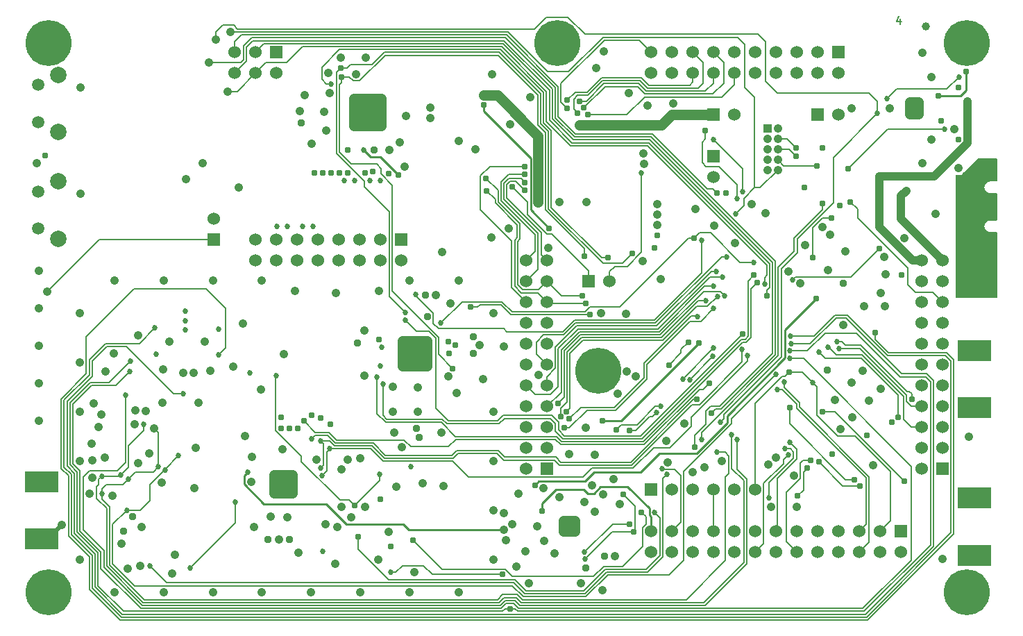
<source format=gbl>
G04 #@! TF.GenerationSoftware,KiCad,Pcbnew,6.0.7-f9a2dced07~116~ubuntu22.04.1*
G04 #@! TF.CreationDate,2022-09-29T06:22:25-04:00*
G04 #@! TF.ProjectId,hackrf-one,6861636b-7266-42d6-9f6e-652e6b696361,r8*
G04 #@! TF.SameCoordinates,Original*
G04 #@! TF.FileFunction,Copper,L4,Bot*
G04 #@! TF.FilePolarity,Positive*
%FSLAX46Y46*%
G04 Gerber Fmt 4.6, Leading zero omitted, Abs format (unit mm)*
G04 Created by KiCad (PCBNEW 6.0.7-f9a2dced07~116~ubuntu22.04.1) date 2022-09-29 06:22:25*
%MOMM*%
%LPD*%
G01*
G04 APERTURE LIST*
%ADD10C,0.177800*%
G04 #@! TA.AperFunction,NonConductor*
%ADD11C,0.177800*%
G04 #@! TD*
G04 #@! TA.AperFunction,ComponentPad*
%ADD12R,1.524000X1.524000*%
G04 #@! TD*
G04 #@! TA.AperFunction,ComponentPad*
%ADD13C,1.524000*%
G04 #@! TD*
G04 #@! TA.AperFunction,ComponentPad*
%ADD14C,0.600000*%
G04 #@! TD*
G04 #@! TA.AperFunction,SMDPad,CuDef*
%ADD15C,1.000000*%
G04 #@! TD*
G04 #@! TA.AperFunction,ComponentPad*
%ADD16C,1.500000*%
G04 #@! TD*
G04 #@! TA.AperFunction,ComponentPad*
%ADD17C,1.400000*%
G04 #@! TD*
G04 #@! TA.AperFunction,ComponentPad*
%ADD18C,5.600000*%
G04 #@! TD*
G04 #@! TA.AperFunction,SMDPad,CuDef*
%ADD19R,4.190000X2.665000*%
G04 #@! TD*
G04 #@! TA.AperFunction,ComponentPad*
%ADD20R,1.066800X1.066800*%
G04 #@! TD*
G04 #@! TA.AperFunction,ComponentPad*
%ADD21C,1.066800*%
G04 #@! TD*
G04 #@! TA.AperFunction,ComponentPad*
%ADD22C,2.000000*%
G04 #@! TD*
G04 #@! TA.AperFunction,ComponentPad*
%ADD23C,0.585000*%
G04 #@! TD*
G04 #@! TA.AperFunction,ComponentPad*
%ADD24C,0.635000*%
G04 #@! TD*
G04 #@! TA.AperFunction,ViaPad*
%ADD25C,0.787400*%
G04 #@! TD*
G04 #@! TA.AperFunction,ViaPad*
%ADD26C,0.685800*%
G04 #@! TD*
G04 #@! TA.AperFunction,ViaPad*
%ADD27C,1.066800*%
G04 #@! TD*
G04 #@! TA.AperFunction,ViaPad*
%ADD28C,0.939800*%
G04 #@! TD*
G04 #@! TA.AperFunction,Conductor*
%ADD29C,0.203200*%
G04 #@! TD*
G04 #@! TA.AperFunction,Conductor*
%ADD30C,0.254000*%
G04 #@! TD*
G04 #@! TA.AperFunction,Conductor*
%ADD31C,1.016000*%
G04 #@! TD*
G04 #@! TA.AperFunction,Conductor*
%ADD32C,1.270000*%
G04 #@! TD*
G04 #@! TA.AperFunction,Conductor*
%ADD33C,0.508000*%
G04 #@! TD*
G04 APERTURE END LIST*
D10*
D11*
X167893523Y-101082285D02*
X167893523Y-101759619D01*
X167651619Y-100695238D02*
X167409714Y-101420952D01*
X168038666Y-101420952D01*
D12*
G04 #@! TO.P,NT3,1*
G04 #@! TO.N,VAA*
X84130000Y-128010000D03*
D13*
G04 #@! TO.P,NT3,2*
G04 #@! TO.N,Net-(C105-Pad1)*
X84130000Y-125470000D03*
G04 #@! TD*
D12*
G04 #@! TO.P,NT2,1*
G04 #@! TO.N,VCC*
X157790000Y-112770000D03*
D13*
G04 #@! TO.P,NT2,2*
G04 #@! TO.N,/mcu/usb/power/REG_OUT1*
X160330000Y-112770000D03*
G04 #@! TD*
D12*
G04 #@! TO.P,NT1,1*
G04 #@! TO.N,+1V8*
X145090000Y-112770000D03*
D13*
G04 #@! TO.P,NT1,2*
G04 #@! TO.N,/mcu/usb/power/REG_OUT2*
X147630000Y-112770000D03*
G04 #@! TD*
D14*
G04 #@! TO.P,U19,0*
G04 #@! TO.N,GND*
X127469200Y-162926000D03*
X126809200Y-163586000D03*
X126809200Y-162266000D03*
X128129200Y-162266000D03*
X128129200Y-163586000D03*
G04 #@! TD*
D15*
G04 #@! TO.P,MARK1MM,*
G04 #@! TO.N,*
X171000000Y-102000000D03*
G04 #@! TD*
D16*
G04 #@! TO.P,J1,0*
G04 #@! TO.N,/mcu/usb/power/USB_SHIELD*
X178800000Y-128125000D03*
X178800000Y-119875000D03*
D17*
X175770000Y-126490000D03*
X175770000Y-121510000D03*
G04 #@! TD*
D18*
G04 #@! TO.P,J4,1*
G04 #@! TO.N,GND*
X64000000Y-104000000D03*
D14*
X64000000Y-101800000D03*
X61800000Y-104000000D03*
X64000000Y-106200000D03*
X66200000Y-104000000D03*
X65550000Y-102450000D03*
X62450000Y-102450000D03*
X62450000Y-105550000D03*
X65550000Y-105550000D03*
G04 #@! TD*
D18*
G04 #@! TO.P,J5,1*
G04 #@! TO.N,GND*
X64000000Y-171000000D03*
D14*
X64000000Y-168800000D03*
X61800000Y-171000000D03*
X64000000Y-173200000D03*
X66200000Y-171000000D03*
X65550000Y-169450000D03*
X62450000Y-169450000D03*
X62450000Y-172550000D03*
X65550000Y-172550000D03*
G04 #@! TD*
D18*
G04 #@! TO.P,J6,1*
G04 #@! TO.N,GND*
X176000000Y-171000000D03*
D14*
X176000000Y-168800000D03*
X173800000Y-171000000D03*
X176000000Y-173200000D03*
X178200000Y-171000000D03*
X177550000Y-169450000D03*
X174450000Y-169450000D03*
X174450000Y-172550000D03*
X177550000Y-172550000D03*
G04 #@! TD*
D18*
G04 #@! TO.P,J7,1*
G04 #@! TO.N,GND*
X176000000Y-104000000D03*
D14*
X176000000Y-101800000D03*
X173800000Y-104000000D03*
X176000000Y-106200000D03*
X178200000Y-104000000D03*
X177550000Y-102450000D03*
X174450000Y-102450000D03*
X174450000Y-105550000D03*
X177550000Y-105550000D03*
G04 #@! TD*
D18*
G04 #@! TO.P,J8,1*
G04 #@! TO.N,GND*
X126000000Y-104000000D03*
D14*
X126000000Y-101800000D03*
X123800000Y-104000000D03*
X126000000Y-106200000D03*
X128200000Y-104000000D03*
X127550000Y-102450000D03*
X124450000Y-102450000D03*
X124450000Y-105550000D03*
X127550000Y-105550000D03*
G04 #@! TD*
D18*
G04 #@! TO.P,J9,1*
G04 #@! TO.N,GND*
X131000000Y-144000000D03*
D14*
X131000000Y-141800000D03*
X128800000Y-144000000D03*
X131000000Y-146200000D03*
X133200000Y-144000000D03*
X132550000Y-142450000D03*
X129450000Y-142450000D03*
X129450000Y-145550000D03*
X132550000Y-145550000D03*
G04 #@! TD*
D19*
G04 #@! TO.P,P2,2*
G04 #@! TO.N,GND*
X176885000Y-148492500D03*
X176885000Y-141507500D03*
D14*
X175480000Y-142500000D03*
X175480000Y-141500000D03*
X175480000Y-140500000D03*
X176480000Y-142500000D03*
X176480000Y-141500000D03*
X176480000Y-140500000D03*
X177480000Y-142500000D03*
X177480000Y-141500000D03*
X177480000Y-140500000D03*
X175480000Y-147500000D03*
X175480000Y-148500000D03*
X175480000Y-149500000D03*
X176480000Y-147500000D03*
X176480000Y-148500000D03*
X176480000Y-149500000D03*
X177480000Y-147500000D03*
X177480000Y-148500000D03*
X177480000Y-149500000D03*
G04 #@! TD*
D12*
G04 #@! TO.P,P3,1*
G04 #@! TO.N,GND*
X145090000Y-117850000D03*
D13*
G04 #@! TO.P,P3,2*
X145090000Y-120390000D03*
G04 #@! TD*
D19*
G04 #@! TO.P,P4,2*
G04 #@! TO.N,GND*
X63115000Y-157507500D03*
X63115000Y-164492500D03*
D14*
X64520000Y-163500000D03*
X64520000Y-164500000D03*
X64520000Y-165500000D03*
X63520000Y-163500000D03*
X63520000Y-164500000D03*
X63520000Y-165500000D03*
X62520000Y-163500000D03*
X62520000Y-164500000D03*
X62520000Y-165500000D03*
X64520000Y-158500000D03*
X64520000Y-157500000D03*
X64520000Y-156500000D03*
X63520000Y-158500000D03*
X63520000Y-157500000D03*
X63520000Y-156500000D03*
X62520000Y-158500000D03*
X62520000Y-157500000D03*
X62520000Y-156500000D03*
G04 #@! TD*
D12*
G04 #@! TO.P,P5,1*
G04 #@! TO.N,GND*
X91750000Y-105150000D03*
D13*
G04 #@! TO.P,P5,2*
G04 #@! TO.N,VCC*
X91750000Y-107690000D03*
G04 #@! TO.P,P5,3*
G04 #@! TO.N,/mcu/usb/power/LED1*
X89210000Y-105150000D03*
G04 #@! TO.P,P5,4*
G04 #@! TO.N,/mcu/usb/power/LED2*
X89210000Y-107690000D03*
G04 #@! TO.P,P5,5*
G04 #@! TO.N,!VAA_ENABLE*
X86670000Y-105150000D03*
G04 #@! TO.P,P5,6*
G04 #@! TO.N,/mcu/usb/power/LED3*
X86670000Y-107690000D03*
G04 #@! TD*
D12*
G04 #@! TO.P,P9,1*
G04 #@! TO.N,GND*
X106990000Y-128010000D03*
D13*
G04 #@! TO.P,P9,2*
X106990000Y-130550000D03*
G04 #@! TO.P,P9,3*
X104450000Y-128010000D03*
G04 #@! TO.P,P9,4*
G04 #@! TO.N,/baseband/RXBBQ-*
X104450000Y-130550000D03*
G04 #@! TO.P,P9,5*
G04 #@! TO.N,/baseband/RXBBI-*
X101910000Y-128010000D03*
G04 #@! TO.P,P9,6*
G04 #@! TO.N,/baseband/RXBBQ+*
X101910000Y-130550000D03*
G04 #@! TO.P,P9,7*
G04 #@! TO.N,/baseband/RXBBI+*
X99370000Y-128010000D03*
G04 #@! TO.P,P9,8*
G04 #@! TO.N,GND*
X99370000Y-130550000D03*
G04 #@! TO.P,P9,9*
X96830000Y-128010000D03*
G04 #@! TO.P,P9,10*
G04 #@! TO.N,/baseband/TXBBI-*
X96830000Y-130550000D03*
G04 #@! TO.P,P9,11*
G04 #@! TO.N,/baseband/TXBBQ+*
X94290000Y-128010000D03*
G04 #@! TO.P,P9,12*
G04 #@! TO.N,/baseband/TXBBI+*
X94290000Y-130550000D03*
G04 #@! TO.P,P9,13*
G04 #@! TO.N,/baseband/TXBBQ-*
X91750000Y-128010000D03*
G04 #@! TO.P,P9,14*
G04 #@! TO.N,GND*
X91750000Y-130550000D03*
G04 #@! TO.P,P9,15*
X89210000Y-128010000D03*
G04 #@! TO.P,P9,16*
X89210000Y-130550000D03*
G04 #@! TD*
D19*
G04 #@! TO.P,P16,2*
G04 #@! TO.N,GND*
X176885000Y-166492500D03*
X176885000Y-159507500D03*
D14*
X175480000Y-160500000D03*
X175480000Y-159500000D03*
X175480000Y-158500000D03*
X176480000Y-160500000D03*
X176480000Y-159500000D03*
X176480000Y-158500000D03*
X177480000Y-160500000D03*
X177480000Y-159500000D03*
X177480000Y-158500000D03*
X175480000Y-165500000D03*
X175480000Y-166500000D03*
X175480000Y-167500000D03*
X176480000Y-165500000D03*
X176480000Y-166500000D03*
X176480000Y-167500000D03*
X177480000Y-165500000D03*
X177480000Y-166500000D03*
X177480000Y-167500000D03*
G04 #@! TD*
D12*
G04 #@! TO.P,P20,1*
G04 #@! TO.N,/mcu/usb/power/VBAT*
X173030000Y-155950000D03*
D13*
G04 #@! TO.P,P20,2*
G04 #@! TO.N,/mcu/usb/power/RTC_ALARM*
X170490000Y-155950000D03*
G04 #@! TO.P,P20,3*
G04 #@! TO.N,VCC*
X173030000Y-153410000D03*
G04 #@! TO.P,P20,4*
G04 #@! TO.N,/mcu/usb/power/WAKEUP*
X170490000Y-153410000D03*
G04 #@! TO.P,P20,5*
G04 #@! TO.N,/mcu/usb/power/GPIO3_8*
X173030000Y-150870000D03*
G04 #@! TO.P,P20,6*
G04 #@! TO.N,/mcu/usb/power/GPIO3_9*
X170490000Y-150870000D03*
G04 #@! TO.P,P20,7*
G04 #@! TO.N,/mcu/usb/power/GPIO3_10*
X173030000Y-148330000D03*
G04 #@! TO.P,P20,8*
G04 #@! TO.N,/mcu/usb/power/GPIO3_11*
X170490000Y-148330000D03*
G04 #@! TO.P,P20,9*
G04 #@! TO.N,/mcu/usb/power/GPIO3_12*
X173030000Y-145790000D03*
G04 #@! TO.P,P20,10*
G04 #@! TO.N,/mcu/usb/power/GPIO3_13*
X170490000Y-145790000D03*
G04 #@! TO.P,P20,11*
G04 #@! TO.N,/mcu/usb/power/GPIO3_14*
X173030000Y-143250000D03*
G04 #@! TO.P,P20,12*
G04 #@! TO.N,/mcu/usb/power/GPIO3_15*
X170490000Y-143250000D03*
G04 #@! TO.P,P20,13*
G04 #@! TO.N,GND*
X173030000Y-140710000D03*
G04 #@! TO.P,P20,14*
G04 #@! TO.N,/mcu/usb/power/ADC0_6*
X170490000Y-140710000D03*
G04 #@! TO.P,P20,15*
G04 #@! TO.N,GND*
X173030000Y-138170000D03*
G04 #@! TO.P,P20,16*
G04 #@! TO.N,/mcu/usb/power/ADC0_2*
X170490000Y-138170000D03*
G04 #@! TO.P,P20,17*
G04 #@! TO.N,/mcu/usb/power/VBUSCTRL*
X173030000Y-135630000D03*
G04 #@! TO.P,P20,18*
G04 #@! TO.N,/mcu/usb/power/ADC0_5*
X170490000Y-135630000D03*
G04 #@! TO.P,P20,19*
G04 #@! TO.N,GND*
X173030000Y-133090000D03*
G04 #@! TO.P,P20,20*
G04 #@! TO.N,/mcu/usb/power/ADC0_0*
X170490000Y-133090000D03*
G04 #@! TO.P,P20,21*
G04 #@! TO.N,/mcu/usb/power/VBUS*
X173030000Y-130550000D03*
G04 #@! TO.P,P20,22*
G04 #@! TO.N,/mcu/usb/power/VIN*
X170490000Y-130550000D03*
G04 #@! TD*
D12*
G04 #@! TO.P,P22,1*
G04 #@! TO.N,CLKOUT*
X167950000Y-163570000D03*
D13*
G04 #@! TO.P,P22,2*
G04 #@! TO.N,CLKIN*
X167950000Y-166110000D03*
G04 #@! TO.P,P22,3*
G04 #@! TO.N,/mcu/usb/power/RESET*
X165410000Y-163570000D03*
G04 #@! TO.P,P22,4*
G04 #@! TO.N,GND*
X165410000Y-166110000D03*
G04 #@! TO.P,P22,5*
G04 #@! TO.N,/mcu/usb/power/I2C1_SCL*
X162870000Y-163570000D03*
G04 #@! TO.P,P22,6*
G04 #@! TO.N,/mcu/usb/power/I2C1_SDA*
X162870000Y-166110000D03*
G04 #@! TO.P,P22,7*
G04 #@! TO.N,/mcu/usb/power/SPIFI_CIPO*
X160330000Y-163570000D03*
G04 #@! TO.P,P22,8*
G04 #@! TO.N,/mcu/usb/power/SPIFI_SCK*
X160330000Y-166110000D03*
G04 #@! TO.P,P22,9*
G04 #@! TO.N,/mcu/usb/power/SPIFI_COPI*
X157790000Y-163570000D03*
G04 #@! TO.P,P22,10*
G04 #@! TO.N,GND*
X157790000Y-166110000D03*
G04 #@! TO.P,P22,11*
G04 #@! TO.N,VCC*
X155250000Y-163570000D03*
G04 #@! TO.P,P22,12*
G04 #@! TO.N,/mcu/usb/power/I2S0_RX_SCK*
X155250000Y-166110000D03*
G04 #@! TO.P,P22,13*
G04 #@! TO.N,/mcu/usb/power/I2S0_RX_SDA*
X152710000Y-163570000D03*
G04 #@! TO.P,P22,14*
G04 #@! TO.N,/mcu/usb/power/I2S0_RX_MCLK*
X152710000Y-166110000D03*
G04 #@! TO.P,P22,15*
G04 #@! TO.N,/mcu/usb/power/I2S0_RX_WS*
X150170000Y-163570000D03*
G04 #@! TO.P,P22,16*
G04 #@! TO.N,/mcu/usb/power/I2S0_TX_SCK*
X150170000Y-166110000D03*
G04 #@! TO.P,P22,17*
G04 #@! TO.N,/mcu/usb/power/I2S0_TX_MCLK*
X147630000Y-163570000D03*
G04 #@! TO.P,P22,18*
G04 #@! TO.N,GND*
X147630000Y-166110000D03*
G04 #@! TO.P,P22,19*
G04 #@! TO.N,/mcu/usb/power/U0_RXD*
X145090000Y-163570000D03*
G04 #@! TO.P,P22,20*
G04 #@! TO.N,/mcu/usb/power/U0_TXD*
X145090000Y-166110000D03*
G04 #@! TO.P,P22,21*
G04 #@! TO.N,/mcu/usb/power/P2_9*
X142550000Y-163570000D03*
G04 #@! TO.P,P22,22*
G04 #@! TO.N,/mcu/usb/power/P2_13*
X142550000Y-166110000D03*
G04 #@! TO.P,P22,23*
G04 #@! TO.N,/mcu/usb/power/P2_8*
X140010000Y-163570000D03*
G04 #@! TO.P,P22,24*
G04 #@! TO.N,SDA*
X140010000Y-166110000D03*
G04 #@! TO.P,P22,25*
G04 #@! TO.N,CLK6*
X137470000Y-163570000D03*
G04 #@! TO.P,P22,26*
G04 #@! TO.N,SCL*
X137470000Y-166110000D03*
G04 #@! TD*
D12*
G04 #@! TO.P,P25,1*
G04 #@! TO.N,GND*
X137470000Y-158490000D03*
D13*
G04 #@! TO.P,P25,2*
G04 #@! TO.N,/mcu/usb/power/ISP*
X140010000Y-158490000D03*
G04 #@! TO.P,P25,3*
G04 #@! TO.N,Net-(P25-Pad3)*
X142550000Y-158490000D03*
G04 #@! TO.P,P25,4*
G04 #@! TO.N,/mcu/usb/power/U0_RXD*
X145090000Y-158490000D03*
G04 #@! TO.P,P25,5*
G04 #@! TO.N,/mcu/usb/power/U0_TXD*
X147630000Y-158490000D03*
G04 #@! TO.P,P25,6*
G04 #@! TO.N,/mcu/usb/power/RESET*
X150170000Y-158490000D03*
G04 #@! TD*
D20*
G04 #@! TO.P,P26,1*
G04 #@! TO.N,VCC*
X151662600Y-114466600D03*
D21*
G04 #@! TO.P,P26,2*
G04 #@! TO.N,/mcu/usb/power/TMS*
X152932600Y-114466600D03*
G04 #@! TO.P,P26,3*
G04 #@! TO.N,GND*
X151662600Y-115736600D03*
G04 #@! TO.P,P26,4*
G04 #@! TO.N,/mcu/usb/power/TCK*
X152932600Y-115736600D03*
G04 #@! TO.P,P26,5*
G04 #@! TO.N,GND*
X151662600Y-117006600D03*
G04 #@! TO.P,P26,6*
G04 #@! TO.N,/mcu/usb/power/TDO*
X152932600Y-117006600D03*
G04 #@! TO.P,P26,7*
G04 #@! TO.N,Net-(P26-Pad7)*
X151662600Y-118276600D03*
G04 #@! TO.P,P26,8*
G04 #@! TO.N,/mcu/usb/power/TDI*
X152932600Y-118276600D03*
G04 #@! TO.P,P26,9*
G04 #@! TO.N,GND*
X151662600Y-119546600D03*
G04 #@! TO.P,P26,10*
G04 #@! TO.N,/mcu/usb/power/RESET*
X152932600Y-119546600D03*
G04 #@! TD*
D12*
G04 #@! TO.P,P28,1*
G04 #@! TO.N,VCC*
X124770000Y-155950000D03*
D13*
G04 #@! TO.P,P28,2*
G04 #@! TO.N,GND*
X122230000Y-155950000D03*
G04 #@! TO.P,P28,3*
G04 #@! TO.N,/mcu/usb/power/SD_CD*
X124770000Y-153410000D03*
G04 #@! TO.P,P28,4*
G04 #@! TO.N,/mcu/usb/power/SD_DAT3*
X122230000Y-153410000D03*
G04 #@! TO.P,P28,5*
G04 #@! TO.N,/mcu/usb/power/SD_DAT2*
X124770000Y-150870000D03*
G04 #@! TO.P,P28,6*
G04 #@! TO.N,/mcu/usb/power/SD_DAT1*
X122230000Y-150870000D03*
G04 #@! TO.P,P28,7*
G04 #@! TO.N,/mcu/usb/power/SD_DAT0*
X124770000Y-148330000D03*
G04 #@! TO.P,P28,8*
G04 #@! TO.N,/mcu/usb/power/SD_VOLT0*
X122230000Y-148330000D03*
G04 #@! TO.P,P28,9*
G04 #@! TO.N,/mcu/usb/power/SD_CMD*
X124770000Y-145790000D03*
G04 #@! TO.P,P28,10*
G04 #@! TO.N,/mcu/usb/power/SD_POW*
X122230000Y-145790000D03*
G04 #@! TO.P,P28,11*
G04 #@! TO.N,/mcu/usb/power/SD_CLK*
X124770000Y-143250000D03*
G04 #@! TO.P,P28,12*
G04 #@! TO.N,GND*
X122230000Y-143250000D03*
G04 #@! TO.P,P28,13*
G04 #@! TO.N,GCK2*
X124770000Y-140710000D03*
G04 #@! TO.P,P28,14*
G04 #@! TO.N,GCK1*
X122230000Y-140710000D03*
G04 #@! TO.P,P28,15*
G04 #@! TO.N,/mcu/usb/power/B1AUX14*
X124770000Y-138170000D03*
G04 #@! TO.P,P28,16*
G04 #@! TO.N,/mcu/usb/power/B1AUX13*
X122230000Y-138170000D03*
G04 #@! TO.P,P28,17*
G04 #@! TO.N,/mcu/usb/power/CPLD_TCK*
X124770000Y-135630000D03*
G04 #@! TO.P,P28,18*
G04 #@! TO.N,/mcu/usb/power/BANK2F3M2*
X122230000Y-135630000D03*
G04 #@! TO.P,P28,19*
G04 #@! TO.N,/mcu/usb/power/CPLD_TDI*
X124770000Y-133090000D03*
G04 #@! TO.P,P28,20*
G04 #@! TO.N,/mcu/usb/power/BANK2F3M6*
X122230000Y-133090000D03*
G04 #@! TO.P,P28,21*
G04 #@! TO.N,/mcu/usb/power/BANK2F3M12*
X124770000Y-130550000D03*
G04 #@! TO.P,P28,22*
G04 #@! TO.N,/mcu/usb/power/BANK2F3M4*
X122230000Y-130550000D03*
G04 #@! TD*
D12*
G04 #@! TO.P,P29,1*
G04 #@! TO.N,/mcu/usb/power/CPLD_TMS*
X129850000Y-133090000D03*
D13*
G04 #@! TO.P,P29,2*
G04 #@! TO.N,/mcu/usb/power/CPLD_TDO*
X132390000Y-133090000D03*
G04 #@! TD*
D12*
G04 #@! TO.P,P30,1*
G04 #@! TO.N,VCC*
X160330000Y-105150000D03*
D13*
G04 #@! TO.P,P30,2*
G04 #@! TO.N,GND*
X160330000Y-107690000D03*
G04 #@! TO.P,P30,3*
G04 #@! TO.N,/mcu/usb/power/B2AUX16*
X157790000Y-105150000D03*
G04 #@! TO.P,P30,4*
G04 #@! TO.N,/mcu/usb/power/B2AUX15*
X157790000Y-107690000D03*
G04 #@! TO.P,P30,5*
G04 #@! TO.N,/mcu/usb/power/B2AUX14*
X155250000Y-105150000D03*
G04 #@! TO.P,P30,6*
G04 #@! TO.N,/mcu/usb/power/B2AUX13*
X155250000Y-107690000D03*
G04 #@! TO.P,P30,7*
G04 #@! TO.N,/mcu/usb/power/B2AUX12*
X152710000Y-105150000D03*
G04 #@! TO.P,P30,8*
G04 #@! TO.N,/mcu/usb/power/B2AUX11*
X152710000Y-107690000D03*
G04 #@! TO.P,P30,9*
G04 #@! TO.N,/mcu/usb/power/B2AUX10*
X150170000Y-105150000D03*
G04 #@! TO.P,P30,10*
G04 #@! TO.N,/mcu/usb/power/B2AUX9*
X150170000Y-107690000D03*
G04 #@! TO.P,P30,11*
G04 #@! TO.N,/mcu/usb/power/B2AUX8*
X147630000Y-105150000D03*
G04 #@! TO.P,P30,12*
G04 #@! TO.N,/mcu/usb/power/B2AUX7*
X147630000Y-107690000D03*
G04 #@! TO.P,P30,13*
G04 #@! TO.N,/mcu/usb/power/B2AUX6*
X145090000Y-105150000D03*
G04 #@! TO.P,P30,14*
G04 #@! TO.N,/mcu/usb/power/B2AUX5*
X145090000Y-107690000D03*
G04 #@! TO.P,P30,15*
G04 #@! TO.N,/mcu/usb/power/B2AUX4*
X142550000Y-105150000D03*
G04 #@! TO.P,P30,16*
G04 #@! TO.N,/mcu/usb/power/B2AUX3*
X142550000Y-107690000D03*
G04 #@! TO.P,P30,17*
G04 #@! TO.N,/mcu/usb/power/B2AUX2*
X140010000Y-105150000D03*
G04 #@! TO.P,P30,18*
G04 #@! TO.N,/mcu/usb/power/B2AUX1*
X140010000Y-107690000D03*
G04 #@! TO.P,P30,19*
G04 #@! TO.N,/mcu/usb/power/GCK0*
X137470000Y-105150000D03*
G04 #@! TO.P,P30,20*
G04 #@! TO.N,GND*
X137470000Y-107690000D03*
G04 #@! TD*
D12*
G04 #@! TO.P,P80,1*
G04 #@! TO.N,/mcu/usb/power/USB_SHIELD*
X178110000Y-130550000D03*
D13*
G04 #@! TO.P,P80,2*
X178110000Y-133090000D03*
G04 #@! TD*
D16*
G04 #@! TO.P,SW1,1*
G04 #@! TO.N,VCC*
X62700000Y-122150000D03*
G04 #@! TO.P,SW1,2*
G04 #@! TO.N,Net-(R30-Pad2)*
X62700000Y-126650000D03*
D22*
G04 #@! TO.P,SW1,0*
G04 #@! TO.N,GND*
X65190000Y-127905000D03*
X65190000Y-120895000D03*
G04 #@! TD*
D16*
G04 #@! TO.P,SW2,1*
G04 #@! TO.N,GND*
X62700000Y-109150000D03*
G04 #@! TO.P,SW2,2*
G04 #@! TO.N,Net-(R19-Pad2)*
X62700000Y-113650000D03*
D22*
G04 #@! TO.P,SW2,0*
G04 #@! TO.N,GND*
X65190000Y-114905000D03*
X65190000Y-107895000D03*
G04 #@! TD*
D23*
G04 #@! TO.P,U21,0*
G04 #@! TO.N,GND*
X169530000Y-111951200D03*
X169030000Y-112701200D03*
X170030000Y-112701200D03*
X170030000Y-111201200D03*
X169030000Y-111201200D03*
G04 #@! TD*
D14*
G04 #@! TO.P,U4,0*
G04 #@! TO.N,GND*
X92620400Y-157763600D03*
X92620400Y-156663600D03*
X93720400Y-156663600D03*
X93720400Y-157763600D03*
X93720400Y-158863600D03*
X92620400Y-158863600D03*
X91520400Y-158863600D03*
X91520400Y-157763600D03*
X91520400Y-156663600D03*
G04 #@! TD*
D24*
G04 #@! TO.P,U17,0*
G04 #@! TO.N,GND*
X108648500Y-141897100D03*
X108648500Y-143397100D03*
X107148500Y-143397100D03*
X107148500Y-141897100D03*
X107148500Y-140397100D03*
X108648500Y-140397100D03*
X110148500Y-140397100D03*
X110148500Y-141897100D03*
X110148500Y-143397100D03*
G04 #@! TD*
G04 #@! TO.P,U18,0*
G04 #@! TO.N,GND*
X102895400Y-112461800D03*
X102895400Y-114111800D03*
X101245400Y-114111800D03*
X101245400Y-112461800D03*
X101245400Y-110811800D03*
X102895400Y-110811800D03*
X104545400Y-110811800D03*
X104545400Y-112461800D03*
X104545400Y-114111800D03*
G04 #@! TD*
D25*
G04 #@! TO.N,!MIX_BYPASS*
X120294400Y-173024800D03*
D26*
X154411800Y-141573600D03*
X73944200Y-142827200D03*
X105681920Y-168571120D03*
D25*
X119354100Y-168846496D03*
D26*
G04 #@! TO.N,!RX_AMP_PWR*
X73341200Y-146925600D03*
X147960200Y-152394000D03*
G04 #@! TO.N,!TX_AMP_PWR*
X139413100Y-156635800D03*
X76327700Y-167803800D03*
D25*
G04 #@! TO.N,!VAA_ENABLE*
X145496400Y-122345800D03*
D26*
G04 #@! TO.N,/frontend/!ANT_BIAS*
X81209000Y-168040400D03*
X86746200Y-160039400D03*
D27*
G04 #@! TO.N,/frontend/REF_IN*
X119512200Y-163417600D03*
D26*
X88265000Y-156362400D03*
D25*
G04 #@! TO.N,/mcu/usb/power/B2AUX3*
X127259200Y-110992000D03*
G04 #@! TO.N,/mcu/usb/power/B2AUX4*
X128529200Y-112592200D03*
G04 #@! TO.N,/mcu/usb/power/B2AUX5*
X128757800Y-111119000D03*
G04 #@! TO.N,/mcu/usb/power/B2AUX6*
X129265800Y-111931800D03*
G04 #@! TO.N,/mcu/usb/power/B2AUX7*
X129748400Y-112770000D03*
G04 #@! TO.N,/mcu/usb/power/BANK2F3M12*
X122026800Y-121990200D03*
G04 #@! TO.N,/mcu/usb/power/BANK2F3M2*
X122026800Y-119069200D03*
G04 #@! TO.N,/mcu/usb/power/BANK2F3M4*
X122077600Y-120059800D03*
G04 #@! TO.N,/mcu/usb/power/BANK2F3M6*
X122052200Y-121025000D03*
G04 #@! TO.N,/mcu/usb/power/CPLD_TCK*
X117429400Y-122041000D03*
X129469000Y-135782400D03*
G04 #@! TO.N,/mcu/usb/power/CPLD_TDI*
X117327800Y-120517000D03*
X129113400Y-134893400D03*
D26*
G04 #@! TO.N,/mcu/usb/power/CPLD_TDO*
X136301600Y-119907400D03*
D25*
G04 #@! TO.N,/mcu/usb/power/CPLD_TMS*
X142036800Y-140512800D03*
X139674600Y-143281400D03*
X120553600Y-121583800D03*
D26*
G04 #@! TO.N,/mcu/usb/power/EN1V8*
X165085000Y-112586200D03*
D27*
X84409400Y-103575200D03*
D26*
X145902800Y-150285800D03*
D25*
G04 #@! TO.N,/mcu/usb/power/GCK0*
X127208400Y-111982600D03*
D26*
G04 #@! TO.N,/mcu/usb/power/GPIO3_10*
X160131864Y-140431638D03*
D25*
X169291000Y-147472400D03*
D26*
G04 #@! TO.N,/mcu/usb/power/GPIO3_11*
X160401272Y-141311703D03*
D25*
G04 #@! TO.N,/mcu/usb/power/GPIO3_8*
X167614600Y-149631400D03*
D26*
X157967800Y-141700600D03*
G04 #@! TO.N,/mcu/usb/power/GPIO3_9*
X159018313Y-141114138D03*
D25*
G04 #@! TO.N,/mcu/usb/power/GP_CLKIN*
X123296800Y-157956600D03*
X157586800Y-135198200D03*
D26*
G04 #@! TO.N,/mcu/usb/power/I2C1_SCL*
X145013800Y-142259400D03*
X142194400Y-145078800D03*
X152862400Y-146247200D03*
G04 #@! TO.N,/mcu/usb/power/I2C1_SDA*
X153700600Y-145358200D03*
X145090000Y-141243400D03*
X141330800Y-145002600D03*
D25*
G04 #@! TO.N,/mcu/usb/power/I2S0_RX_SCK*
X156926400Y-154959400D03*
D26*
G04 #@! TO.N,/mcu/usb/power/I2S0_RX_SDA*
X154366540Y-152734589D03*
G04 #@! TO.N,/mcu/usb/power/I2S0_RX_WS*
X153776800Y-153511600D03*
X151821000Y-159531400D03*
G04 #@! TO.N,/mcu/usb/power/I2S0_TX_SCK*
X154208600Y-154248200D03*
D25*
G04 #@! TO.N,/mcu/usb/power/LED1*
X151617800Y-134868000D03*
D26*
G04 #@! TO.N,/mcu/usb/power/LED2*
X151313000Y-133445600D03*
D27*
X85857200Y-109925200D03*
D25*
G04 #@! TO.N,/mcu/usb/power/LED3*
X142778600Y-153308400D03*
D26*
G04 #@! TO.N,/mcu/usb/power/P2_8*
X138816200Y-155937300D03*
D27*
X83545800Y-106420000D03*
D25*
X144836000Y-149142800D03*
G04 #@! TO.N,/mcu/usb/power/REG_OUT1*
X172552600Y-110503400D03*
X175895120Y-107532520D03*
D26*
G04 #@! TO.N,/mcu/usb/power/RESET*
X147792993Y-124823953D03*
D25*
X154335600Y-144139000D03*
D26*
X157180400Y-145434400D03*
D27*
X86136600Y-102686200D03*
D25*
G04 #@! TO.N,/mcu/usb/power/SD_CD*
X127513200Y-149854000D03*
D26*
X143134200Y-137357200D03*
G04 #@! TO.N,/mcu/usb/power/SD_CLK*
X146664800Y-130118200D03*
G04 #@! TO.N,/mcu/usb/power/SD_CMD*
X145420200Y-131870800D03*
G04 #@! TO.N,/mcu/usb/power/SD_DAT0*
X145115400Y-133699600D03*
D25*
G04 #@! TO.N,/mcu/usb/power/SD_DAT1*
X127157600Y-148965000D03*
D26*
X145598000Y-134918800D03*
G04 #@! TO.N,/mcu/usb/power/SD_DAT2*
X144182930Y-135474537D03*
D25*
X126471800Y-149625400D03*
G04 #@! TO.N,/mcu/usb/power/SD_DAT3*
X126852800Y-150971600D03*
D26*
X145090000Y-136417400D03*
G04 #@! TO.N,/mcu/usb/power/SD_POW*
X146207600Y-132531200D03*
G04 #@! TO.N,/mcu/usb/power/SD_VOLT0*
X146461600Y-134817200D03*
D25*
X126090800Y-147974400D03*
D26*
G04 #@! TO.N,/mcu/usb/power/SGPIO13*
X148646000Y-122193400D03*
X145090000Y-115767200D03*
G04 #@! TO.N,/mcu/usb/power/SGPIO9*
X147960200Y-123006200D03*
D25*
X144074000Y-114675000D03*
G04 #@! TO.N,/mcu/usb/power/SPIFI_CIPO*
X154432000Y-148488400D03*
X162306000Y-157251400D03*
G04 #@! TO.N,/mcu/usb/power/SPIFI_SIO2*
X157917000Y-155061000D03*
X162991800Y-158013400D03*
G04 #@! TO.N,/mcu/usb/power/SPIFI_SIO3*
X156545400Y-155848400D03*
X155371800Y-159258000D03*
G04 #@! TO.N,/mcu/usb/power/TCK*
X155142400Y-116778000D03*
G04 #@! TO.N,/mcu/usb/power/TDI*
X157688400Y-119018400D03*
G04 #@! TO.N,/mcu/usb/power/TDO*
X155148400Y-117824600D03*
G04 #@! TO.N,/mcu/usb/power/VBAT*
X168351200Y-157429200D03*
X158389695Y-148962882D03*
D27*
G04 #@! TO.N,/mcu/usb/power/VBUS*
X168585000Y-122041000D03*
X167925000Y-124875000D03*
D25*
G04 #@! TO.N,/mcu/usb/power/VBUSCTRL*
X161800000Y-123400000D03*
D27*
G04 #@! TO.N,/mcu/usb/power/VIN*
X165283000Y-120313800D03*
X176083080Y-111121540D03*
D26*
G04 #@! TO.N,/mcu/usb/power/VREGMODE*
X143626154Y-152339458D03*
D25*
X158348800Y-123615800D03*
D26*
G04 #@! TO.N,AMP_BYPASS*
X77379800Y-155714000D03*
X73750000Y-157200000D03*
X70471000Y-159016000D03*
D27*
X76835000Y-151003000D03*
D26*
X145496400Y-153918000D03*
D25*
G04 #@! TO.N,CLK6*
X124211200Y-161080800D03*
G04 #@! TO.N,CS_AD*
X132212200Y-130219800D03*
D26*
X98463100Y-108994700D03*
D25*
G04 #@! TO.N,CS_XCVR*
X130053200Y-137128600D03*
X115468400Y-136245600D03*
G04 #@! TO.N,GCK1*
X106659800Y-120110600D03*
D26*
X102450900Y-117097300D03*
D25*
G04 #@! TO.N,GCK2*
X117094000Y-111582200D03*
X125049400Y-126613000D03*
D27*
G04 #@! TO.N,GND*
X174483000Y-114491200D03*
X89885800Y-146275600D03*
D25*
X174991000Y-109411200D03*
D27*
X126263400Y-123393200D03*
X136652000Y-118795800D03*
X83062800Y-140414200D03*
X96659000Y-154842600D03*
X171689000Y-115761200D03*
X77735400Y-157669800D03*
D28*
X109918500Y-134759700D03*
D27*
X70852000Y-154621800D03*
X69302600Y-154926600D03*
X81665800Y-144224200D03*
X118110000Y-107873800D03*
X74916000Y-155282200D03*
D26*
X103200200Y-120767600D03*
D27*
X69201000Y-152920000D03*
X121080200Y-167877800D03*
D25*
X96418400Y-119827800D03*
D28*
X109207300Y-152107900D03*
D27*
X114046000Y-116001800D03*
D28*
X115785900Y-141846300D03*
D25*
X96024000Y-149381600D03*
D27*
X86482200Y-143481600D03*
D26*
X100076000Y-120767600D03*
D27*
X105981500Y-149009100D03*
D26*
X80649800Y-139017200D03*
D25*
X99466400Y-119827800D03*
D27*
X161981797Y-149681302D03*
D25*
X98450400Y-119827800D03*
D27*
X69302600Y-157034800D03*
X110502700Y-111941100D03*
D28*
X108851700Y-150990300D03*
D27*
X100850000Y-161827600D03*
D25*
X172832000Y-113475200D03*
D27*
X92112400Y-164570800D03*
D28*
X73087200Y-163537200D03*
D25*
X97434400Y-119827800D03*
X103530400Y-119726200D03*
D27*
X102527100Y-139103100D03*
D26*
X91821000Y-126381000D03*
D25*
X174991000Y-115761200D03*
D27*
X136477870Y-130643159D03*
D25*
X93357000Y-151007200D03*
D27*
X154258777Y-131900395D03*
X152095200Y-160578800D03*
X171689000Y-108141200D03*
X111188500Y-134759700D03*
X74484200Y-150481600D03*
X160922127Y-138420061D03*
X164047256Y-147615843D03*
X87921400Y-151921600D03*
X97725800Y-162716600D03*
D25*
X100482400Y-119827800D03*
D27*
X105483800Y-163648600D03*
D26*
X93091000Y-126381000D03*
D28*
X158982392Y-143880057D03*
X115760500Y-139865100D03*
X74255600Y-161810000D03*
D27*
X71766400Y-159270000D03*
X131699000Y-105054400D03*
X95211900Y-110366300D03*
X88810400Y-154461600D03*
X166609000Y-111951200D03*
X165484097Y-146179002D03*
X165484097Y-134504669D03*
X109628500Y-157672300D03*
X109029500Y-149009100D03*
X116522500Y-140881100D03*
D28*
X94830900Y-113795300D03*
D27*
X166112715Y-132259605D03*
X113728500Y-146723100D03*
X98132900Y-107699300D03*
X170546000Y-118682200D03*
X120294400Y-113919000D03*
X80395800Y-144224200D03*
X99631500Y-105819700D03*
X110502700Y-113160300D03*
D26*
X104470200Y-120767600D03*
D27*
X112966500Y-135775700D03*
X108633400Y-168576200D03*
D26*
X80649800Y-136731200D03*
D27*
X102527100Y-144564100D03*
X149768649Y-123638559D03*
X155695618Y-133337236D03*
X160544956Y-151118143D03*
D25*
X94373000Y-151007200D03*
X98310000Y-150524600D03*
D27*
X147739111Y-128398095D03*
D25*
X102616000Y-119827800D03*
D28*
X160904166Y-133337236D03*
D27*
X122758200Y-110642400D03*
X78744800Y-140414200D03*
X142853852Y-124267177D03*
X166022912Y-136121115D03*
X161191535Y-129457765D03*
X122135200Y-165999400D03*
X151744305Y-155464587D03*
X170546000Y-105220200D03*
X159287720Y-127410267D03*
D25*
X92341000Y-151007200D03*
D27*
X81774000Y-158330200D03*
X94449200Y-166145600D03*
X107416600Y-119091200D03*
D28*
X90715400Y-164570800D03*
D27*
X76287600Y-154113800D03*
X98970400Y-167542600D03*
D26*
X101346000Y-120767600D03*
D25*
X92341000Y-149661000D03*
D28*
X93382400Y-164570800D03*
D27*
X70090000Y-150888000D03*
X154887395Y-156775704D03*
D28*
X101638100Y-140652500D03*
D27*
X161910000Y-111951200D03*
D26*
X80649800Y-137874200D03*
D27*
X83697800Y-143995600D03*
X106845100Y-116106700D03*
X79070200Y-168706800D03*
X77982800Y-143868600D03*
X70947000Y-144071800D03*
X71912200Y-141862000D03*
X106360400Y-158164000D03*
D26*
X94945200Y-126381000D03*
D27*
X75869800Y-148894800D03*
X77851000Y-147904200D03*
X82270600Y-147878800D03*
X88696800Y-157530800D03*
X74879200Y-139700000D03*
X107061000Y-153339800D03*
X102006400Y-154686000D03*
X100431600Y-154838400D03*
X102590600Y-160629600D03*
D25*
X105491400Y-119958200D03*
D26*
X96220400Y-126384400D03*
D27*
X125691200Y-166228000D03*
X165933110Y-130104344D03*
X158389695Y-126512241D03*
X139349600Y-152546400D03*
X117962800Y-127705200D03*
X138206600Y-124987400D03*
X131628000Y-159074200D03*
X164566600Y-155549600D03*
X130281800Y-157931200D03*
X140137000Y-111423800D03*
X131577200Y-170783600D03*
X131399400Y-137001600D03*
X133431400Y-146780600D03*
X120528200Y-162706400D03*
X121264800Y-158998000D03*
X124338200Y-158312200D03*
X138206600Y-126257400D03*
X143947000Y-155746800D03*
X139527400Y-155188000D03*
X87152600Y-121660000D03*
X90000000Y-133000000D03*
X84000000Y-133000000D03*
X78000000Y-133000000D03*
X72000000Y-133000000D03*
X67750000Y-137000000D03*
X99000000Y-134500000D03*
X108000000Y-133000000D03*
X119557800Y-161315400D03*
X118250000Y-155000000D03*
X118250000Y-149000000D03*
X118250000Y-161000000D03*
X104250000Y-134250000D03*
X114000000Y-133000000D03*
X94000000Y-134250000D03*
X118250000Y-137000000D03*
X117000000Y-145000000D03*
X84000000Y-171000000D03*
X90000000Y-171000000D03*
X96000000Y-171000000D03*
X78000000Y-171000000D03*
X72000000Y-171000000D03*
X102000000Y-171000000D03*
X108000000Y-171000000D03*
X114000000Y-171000000D03*
X119500000Y-141000000D03*
X99187000Y-163068000D03*
X67750000Y-167000000D03*
X67750000Y-155000000D03*
X67750000Y-149000000D03*
X67750000Y-143000000D03*
X69000000Y-159000000D03*
X67874000Y-122396600D03*
X129494400Y-150971600D03*
X127462400Y-154172000D03*
X130637400Y-154273600D03*
X133050400Y-166643400D03*
X173030000Y-166922800D03*
X102646600Y-105835800D03*
X94620200Y-112350900D03*
X96080700Y-116300600D03*
X134520174Y-144095583D03*
X134752200Y-110141100D03*
X80777200Y-120644000D03*
X118250000Y-167000000D03*
X111925100Y-151549100D03*
X106133900Y-151549100D03*
X104163000Y-167052200D03*
X89064400Y-163046800D03*
X81901000Y-153428000D03*
X69448800Y-147999800D03*
X92679800Y-141983000D03*
D25*
X97167000Y-149762600D03*
D27*
X112166400Y-158064200D03*
X129621400Y-123463400D03*
D25*
X163759000Y-151911400D03*
X159593400Y-154146600D03*
D27*
X112000000Y-129500000D03*
D25*
X138232000Y-127502000D03*
D27*
X124947800Y-128975200D03*
X122529600Y-169900600D03*
X128955800Y-169900600D03*
X176205000Y-152013000D03*
X65588000Y-162808000D03*
X73614400Y-168142000D03*
X75311000Y-163068000D03*
X172150000Y-124875000D03*
D25*
X160533200Y-123869800D03*
D27*
X168407200Y-127806800D03*
X175000000Y-119300000D03*
X62794000Y-145510600D03*
X62794000Y-131820000D03*
X62794000Y-140938600D03*
X62540000Y-118713600D03*
X62794000Y-150082600D03*
X62794000Y-136392000D03*
X87700000Y-138200000D03*
D25*
G04 #@! TO.N,HP*
X164846000Y-139319000D03*
D26*
X84713800Y-142065200D03*
G04 #@! TO.N,LP*
X76966800Y-138737800D03*
X154462600Y-139795600D03*
G04 #@! TO.N,MIXER_ENX*
X97167000Y-152556600D03*
X97129600Y-155854400D03*
X148595200Y-141395800D03*
G04 #@! TO.N,MIXER_RESETX*
X98298000Y-153517600D03*
X97370200Y-156747600D03*
X149204800Y-142132400D03*
G04 #@! TO.N,MIXER_SCLK*
X96024000Y-152302600D03*
D25*
X143083400Y-147491800D03*
G04 #@! TO.N,MIXER_SDATA*
X144556600Y-145510600D03*
X95128200Y-150108000D03*
G04 #@! TO.N,MIX_BYPASS*
X108432600Y-164668200D03*
X136301600Y-161258600D03*
D26*
G04 #@! TO.N,RSSI*
X107518200Y-137845800D03*
D25*
X148646000Y-139490800D03*
D26*
G04 #@! TO.N,RX*
X137901800Y-161309400D03*
D25*
X101732200Y-164205000D03*
D26*
X91765400Y-144624600D03*
D25*
X101325800Y-160420400D03*
D26*
X104394000Y-156591000D03*
G04 #@! TO.N,RXENABLE*
X104749600Y-145618200D03*
D25*
X150017600Y-132353400D03*
D26*
G04 #@! TO.N,RX_AMP*
X72757000Y-156730000D03*
X70471000Y-156857000D03*
X147325200Y-151809800D03*
X75576400Y-150481600D03*
G04 #@! TO.N,RX_MIX_BP*
X154437200Y-142513400D03*
X73893400Y-144097200D03*
D25*
G04 #@! TO.N,SCL*
X134091800Y-159074200D03*
X135361800Y-163646200D03*
D26*
X138638400Y-148355400D03*
D25*
X133202800Y-151225600D03*
D26*
X129392800Y-166973600D03*
D25*
G04 #@! TO.N,SDA*
X134803000Y-151251000D03*
D26*
X138181200Y-149066600D03*
D25*
X134828400Y-162681000D03*
D26*
X129374200Y-166101000D03*
D25*
G04 #@! TO.N,SGPIO_CLK*
X143281400Y-140639800D03*
X131551800Y-150082600D03*
D26*
G04 #@! TO.N,SSP1_CIPO*
X143608193Y-128038885D03*
X108762800Y-134721600D03*
D25*
G04 #@! TO.N,SSP1_COPI*
X99598600Y-107055000D03*
D26*
X107518200Y-136855200D03*
D25*
X135186540Y-129714340D03*
G04 #@! TO.N,SSP1_SCK*
X99740840Y-108147200D03*
X129316600Y-129991200D03*
X113289200Y-143732600D03*
D26*
G04 #@! TO.N,TXENABLE*
X104038400Y-144729200D03*
D25*
X150424000Y-133267800D03*
D26*
G04 #@! TO.N,TX_AMP*
X78192600Y-156095000D03*
X79843600Y-154342400D03*
X73533000Y-160985200D03*
X152735400Y-144418400D03*
G04 #@! TO.N,TX_MIX_BP*
X154538800Y-140735400D03*
X80416400Y-146761200D03*
G04 #@! TO.N,VAA*
X77093800Y-141938200D03*
X108204000Y-155651200D03*
X88488800Y-144243600D03*
X84713800Y-138890200D03*
D25*
X112712500Y-140474700D03*
D27*
X70369400Y-149364000D03*
X79375700Y-166406800D03*
D25*
X100482400Y-117033800D03*
D27*
X112712500Y-144691100D03*
X97828100Y-114735100D03*
D25*
X112864900Y-141846300D03*
D27*
X74535000Y-148856000D03*
X105981500Y-145986500D03*
X109029500Y-146011900D03*
D28*
X103657400Y-117033800D03*
D26*
X104584500Y-141109700D03*
D27*
X75184700Y-167803800D03*
X99707000Y-155985600D03*
D26*
X104406700Y-143421100D03*
D27*
X93103000Y-161827600D03*
X92468000Y-153572600D03*
X99720400Y-160553400D03*
X97604700Y-112414400D03*
X98252400Y-110153800D03*
X101460300Y-107826300D03*
X105562400Y-117059200D03*
D28*
X110197900Y-137426700D03*
D25*
X104279700Y-140195300D03*
D27*
X63810000Y-134360000D03*
X119740800Y-164662200D03*
X72903200Y-165119400D03*
D26*
X97390520Y-166023680D03*
D25*
X104444000Y-159664400D03*
X105681920Y-165386880D03*
D28*
G04 #@! TO.N,VCC*
X131787200Y-166609000D03*
D27*
X156234433Y-128667503D03*
X159061418Y-131688461D03*
X161891995Y-145460582D03*
X152732133Y-154620443D03*
X141506813Y-150399722D03*
X136525000Y-117525800D03*
X138633131Y-132798420D03*
X151474898Y-124805993D03*
X145206679Y-126332636D03*
X130810000Y-107111800D03*
X146086744Y-154979653D03*
D25*
X158348800Y-116808600D03*
D27*
X124409200Y-164719000D03*
X129311400Y-160020000D03*
X138206600Y-123692000D03*
X132898000Y-157169200D03*
X133634600Y-160293400D03*
X130637400Y-161207800D03*
X155219400Y-160553400D03*
X137033000Y-111683800D03*
X91096400Y-161776800D03*
D28*
X129501200Y-168006000D03*
D27*
X107599600Y-112922400D03*
X116078000Y-117017800D03*
X134412411Y-137019141D03*
D25*
X113601500Y-140906500D03*
D27*
X123576200Y-162935000D03*
X126326200Y-159370000D03*
X142524600Y-156381800D03*
D25*
X137927200Y-128975200D03*
D27*
X67874000Y-109442600D03*
X123754000Y-144520000D03*
X159872800Y-147593400D03*
X163492300Y-136112600D03*
X135615800Y-144697800D03*
X82809200Y-118662800D03*
X120142000Y-126669800D03*
D25*
X63581400Y-117773800D03*
X166832400Y-150235000D03*
X156189800Y-121609200D03*
X168000800Y-132353400D03*
X146588600Y-122320400D03*
D27*
X163328836Y-144023741D03*
D25*
G04 #@! TO.N,XCVR_EN*
X142702400Y-127857600D03*
D26*
X150038057Y-130768883D03*
X111823500Y-138188700D03*
G04 #@! TO.N,Net-(J1-Pad4)*
X154701360Y-132896960D03*
D25*
X165308400Y-129076800D03*
G04 #@! TO.N,Net-(R51-Pad1)*
X161473000Y-119348600D03*
D26*
X173289200Y-114491200D03*
G04 #@! TO.N,Net-(R52-Pad2)*
X166228000Y-110808200D03*
X175016400Y-108141200D03*
D25*
G04 #@! TO.N,Net-(R62-Pad1)*
X159441000Y-125393800D03*
X157155000Y-130194400D03*
D27*
G04 #@! TO.N,+1V8*
X117094000Y-110363000D03*
X128707000Y-114040000D03*
X123698000Y-115341400D03*
X123703200Y-123412600D03*
G04 #@! TD*
D29*
G04 #@! TO.N,!MIX_BYPASS*
X121177394Y-173323594D02*
X120878600Y-173024800D01*
X120294400Y-173024800D02*
X120878600Y-173024800D01*
X154411800Y-141573600D02*
X156550502Y-141573600D01*
X158734902Y-139389200D02*
X162554996Y-139389200D01*
X156550502Y-141573600D02*
X158734902Y-139389200D01*
X163474504Y-173323594D02*
X121177394Y-173323594D01*
X171551600Y-165246498D02*
X163474504Y-173323594D01*
X171551600Y-145313400D02*
X171551600Y-165246498D01*
X170967400Y-144729200D02*
X171551600Y-145313400D01*
X167894996Y-144729200D02*
X170967400Y-144729200D01*
X162554996Y-139389200D02*
X167894996Y-144729200D01*
X66578598Y-147883016D02*
X66578598Y-155462296D01*
X66578598Y-155462296D02*
X67462396Y-156346094D01*
X67462396Y-156346094D02*
X67462396Y-163667392D01*
X119653394Y-173024800D02*
X119354600Y-173323594D01*
X119653394Y-173024800D02*
X120294400Y-173024800D01*
X71362404Y-145408996D02*
X69052618Y-145408996D01*
X67462396Y-163667392D02*
X70002390Y-166207386D01*
X70002390Y-166207386D02*
X70002390Y-170205390D01*
X70002390Y-170205390D02*
X73120594Y-173323594D01*
X73120594Y-173323594D02*
X119354600Y-173323594D01*
X73944200Y-142827200D02*
X71362404Y-145408996D01*
X69052618Y-145408996D02*
X66578598Y-147883016D01*
X106332280Y-168571120D02*
X105681920Y-168571120D01*
X107136400Y-167767000D02*
X109677200Y-167767000D01*
X106332280Y-168571120D02*
X107136400Y-167767000D01*
X110756696Y-168846496D02*
X109677200Y-167767000D01*
X119354100Y-168846496D02*
X110756696Y-168846496D01*
G04 #@! TO.N,!RX_AMP_PWR*
X73341200Y-155181800D02*
X72369800Y-156153200D01*
X72369800Y-156153200D02*
X68991600Y-156153200D01*
X68991600Y-156153200D02*
X68173600Y-156971200D01*
X68173600Y-156971200D02*
X68173600Y-163372800D01*
X121471986Y-172612390D02*
X120868394Y-172008798D01*
X120868394Y-172008798D02*
X119663600Y-172008798D01*
X119663600Y-172008798D02*
X119060008Y-172612390D01*
X149128600Y-157220000D02*
X149128600Y-167527298D01*
X147960200Y-156051600D02*
X149128600Y-157220000D01*
X147960200Y-152394000D02*
X147960200Y-156051600D01*
X149128600Y-167527298D02*
X144043508Y-172612390D01*
X144043508Y-172612390D02*
X121471986Y-172612390D01*
X68173600Y-163372800D02*
X70713594Y-165912794D01*
X70713594Y-165912794D02*
X70713594Y-167959104D01*
X70713594Y-167959104D02*
X75366880Y-172612390D01*
X75366880Y-172612390D02*
X119060008Y-172612390D01*
X73341200Y-146925600D02*
X73341200Y-155181800D01*
G04 #@! TO.N,!TX_AMP_PWR*
X139413100Y-156635800D02*
X138892402Y-157156498D01*
X138892402Y-157156498D02*
X138892402Y-166689096D01*
X138892402Y-166689096D02*
X137033092Y-168548406D01*
X137033092Y-168548406D02*
X132039496Y-168548406D01*
X129397920Y-171189982D02*
X122061170Y-171189982D01*
X132039496Y-168548406D02*
X129397920Y-171189982D01*
X78373698Y-169849798D02*
X76327700Y-167803800D01*
X120720986Y-169849798D02*
X78373698Y-169849798D01*
X122061170Y-171189982D02*
X120720986Y-169849798D01*
G04 #@! TO.N,!VAA_ENABLE*
X145496400Y-122345800D02*
X144988400Y-121837800D01*
X144988400Y-121837800D02*
X144332992Y-121837800D01*
X144332992Y-121837800D02*
X137627384Y-115132192D01*
X87482806Y-103041794D02*
X119846280Y-103041794D01*
X87482806Y-103041794D02*
X86670000Y-103854600D01*
X86670000Y-103854600D02*
X86670000Y-105150000D01*
X126136534Y-112998600D02*
X128270126Y-115132192D01*
X128270126Y-115132192D02*
X137627384Y-115132192D01*
X126136534Y-109332048D02*
X126136534Y-112998600D01*
X119846280Y-103041794D02*
X126136534Y-109332048D01*
G04 #@! TO.N,/frontend/!ANT_BIAS*
X81209000Y-168040400D02*
X86746200Y-162503200D01*
X86746200Y-162503200D02*
X86746200Y-160039400D01*
D30*
G04 #@! TO.N,/frontend/REF_IN*
X119512200Y-163417600D02*
X107904400Y-163417600D01*
X107904400Y-163417600D02*
X107218600Y-162731800D01*
X107218600Y-162731800D02*
X100335200Y-162731800D01*
X90251396Y-160242596D02*
X97845996Y-160242596D01*
X87813000Y-157804200D02*
X90251396Y-160242596D01*
X97845996Y-160242596D02*
X100335200Y-162731800D01*
X87813000Y-156814400D02*
X88265000Y-156362400D01*
X87813000Y-156814400D02*
X87813000Y-157804200D01*
D29*
G04 #@! TO.N,/mcu/usb/power/B2AUX3*
X136260888Y-108274194D02*
X131414712Y-108274194D01*
X131414712Y-108274194D02*
X129636708Y-110052198D01*
X129636708Y-110052198D02*
X128199002Y-110052198D01*
X128199002Y-110052198D02*
X127259200Y-110992000D01*
X142550000Y-108807600D02*
X142169008Y-109188592D01*
X142169008Y-109188592D02*
X137175286Y-109188592D01*
X142550000Y-107690000D02*
X142550000Y-108807600D01*
X137175286Y-109188592D02*
X136260888Y-108274194D01*
G04 #@! TO.N,/mcu/usb/power/B2AUX4*
X136113592Y-108629796D02*
X131562008Y-108629796D01*
X131562008Y-108629796D02*
X129784004Y-110407800D01*
X129784004Y-110407800D02*
X128529200Y-110407800D01*
X128529200Y-110407800D02*
X128046600Y-110890400D01*
X128046600Y-110890400D02*
X128046600Y-112109600D01*
X128046600Y-112109600D02*
X128529200Y-112592200D01*
X143845400Y-106445400D02*
X143845400Y-108934594D01*
X143845400Y-108934594D02*
X143235800Y-109544194D01*
X143235800Y-109544194D02*
X137027990Y-109544194D01*
X142550000Y-105150000D02*
X143845400Y-106445400D01*
X137027990Y-109544194D02*
X136113592Y-108629796D01*
G04 #@! TO.N,/mcu/usb/power/B2AUX5*
X135966296Y-108985398D02*
X131709304Y-108985398D01*
X131709304Y-108985398D02*
X129575702Y-111119000D01*
X129575702Y-111119000D02*
X128757800Y-111119000D01*
X145090000Y-108909200D02*
X145090000Y-107690000D01*
X144099404Y-109899796D02*
X136880694Y-109899796D01*
X145090000Y-108909200D02*
X144099404Y-109899796D01*
X136880694Y-109899796D02*
X135966296Y-108985398D01*
G04 #@! TO.N,/mcu/usb/power/B2AUX6*
X135819000Y-109341000D02*
X131856600Y-109341000D01*
X131856600Y-109341000D02*
X129265800Y-111931800D01*
X146360000Y-106420000D02*
X145090000Y-105150000D01*
X145039202Y-110255398D02*
X136733398Y-110255398D01*
X146360000Y-108934600D02*
X145039202Y-110255398D01*
X146360000Y-106420000D02*
X146360000Y-108934600D01*
X136733398Y-110255398D02*
X135819000Y-109341000D01*
G04 #@! TO.N,/mcu/usb/power/B2AUX7*
X147630000Y-109087000D02*
X147630000Y-107690000D01*
X134523600Y-112770000D02*
X129748400Y-112770000D01*
X136682600Y-110611000D02*
X134523600Y-112770000D01*
X146106000Y-110611000D02*
X136682600Y-110611000D01*
X147630000Y-109087000D02*
X146106000Y-110611000D01*
G04 #@! TO.N,/mcu/usb/power/BANK2F3M12*
X119893200Y-121304400D02*
X120274200Y-120923400D01*
X119893200Y-122950298D02*
X119893200Y-121304400D01*
X124058800Y-127115898D02*
X119893200Y-122950298D01*
X124058800Y-129838800D02*
X124058800Y-127115898D01*
X120274200Y-120923400D02*
X120960000Y-120923400D01*
X124770000Y-130550000D02*
X124058800Y-129838800D01*
X120960000Y-120923400D02*
X122026800Y-121990200D01*
G04 #@! TO.N,/mcu/usb/power/BANK2F3M2*
X116667400Y-120237600D02*
X117835800Y-119069200D01*
X117835800Y-119069200D02*
X122026800Y-119069200D01*
X120477396Y-133877396D02*
X120477396Y-128136996D01*
X120477396Y-128136996D02*
X116667400Y-124327000D01*
X116667400Y-124327000D02*
X116667400Y-120237600D01*
X122230000Y-135630000D02*
X120477396Y-133877396D01*
G04 #@! TO.N,/mcu/usb/power/BANK2F3M4*
X123347596Y-129432404D02*
X122230000Y-130550000D01*
X119181996Y-121009808D02*
X120132004Y-120059800D01*
X123347596Y-127410490D02*
X119181996Y-123244890D01*
X119181996Y-123244890D02*
X119181996Y-121009808D01*
X120132004Y-120059800D02*
X122077600Y-120059800D01*
X123347596Y-127410490D02*
X123347596Y-129432404D01*
G04 #@! TO.N,/mcu/usb/power/BANK2F3M6*
X123703198Y-131616802D02*
X123703198Y-127263194D01*
X119537598Y-121157104D02*
X120126904Y-120567798D01*
X119537598Y-123097594D02*
X119537598Y-121157104D01*
X123703198Y-127263194D02*
X119537598Y-123097594D01*
X121594998Y-120567798D02*
X122052200Y-121025000D01*
X120126904Y-120567798D02*
X121594998Y-120567798D01*
X122230000Y-133090000D02*
X123703198Y-131616802D01*
G04 #@! TO.N,/mcu/usb/power/CPLD_TCK*
X121112400Y-126181090D02*
X118470792Y-123539482D01*
X118470792Y-123539482D02*
X118470792Y-123082392D01*
X118470792Y-123082392D02*
X117429400Y-122041000D01*
X121112400Y-127781400D02*
X121112400Y-126181090D01*
X120832998Y-133669096D02*
X120832998Y-128060802D01*
X120832998Y-133669096D02*
X121650904Y-134487002D01*
X121650904Y-134487002D02*
X123627002Y-134487002D01*
X123627002Y-134487002D02*
X124770000Y-135630000D01*
X120832998Y-128060802D02*
X121112400Y-127781400D01*
X129469000Y-135782400D02*
X124922400Y-135782400D01*
X124922400Y-135782400D02*
X124770000Y-135630000D01*
G04 #@! TO.N,/mcu/usb/power/CPLD_TDI*
X121188600Y-128208098D02*
X121468002Y-127928696D01*
X121468002Y-127928696D02*
X121468002Y-126033794D01*
X121468002Y-126033794D02*
X118826394Y-123392186D01*
X118826394Y-123392186D02*
X118826394Y-122015594D01*
X118826394Y-122015594D02*
X117327800Y-120517000D01*
X123728600Y-134131400D02*
X124770000Y-133090000D01*
X121798200Y-134131400D02*
X121188600Y-133521800D01*
X121798200Y-134131400D02*
X123728600Y-134131400D01*
X121188600Y-133521800D02*
X121188600Y-128208098D01*
X129113400Y-134893400D02*
X126573400Y-134893400D01*
X126573400Y-134893400D02*
X124770000Y-133090000D01*
G04 #@! TO.N,/mcu/usb/power/CPLD_TDO*
X136301600Y-129534000D02*
X134574398Y-131261202D01*
X134574398Y-131261202D02*
X133050398Y-131261202D01*
X133050398Y-131261202D02*
X132390000Y-131921600D01*
X132390000Y-131921600D02*
X132390000Y-133090000D01*
X136301600Y-119907400D02*
X136301600Y-129534000D01*
G04 #@! TO.N,/mcu/usb/power/CPLD_TMS*
X141147800Y-141808200D02*
X141147800Y-141401800D01*
X141147800Y-141401800D02*
X142036800Y-140512800D01*
X139674600Y-143281400D02*
X141147800Y-141808200D01*
X129850000Y-131845400D02*
X129850000Y-133090000D01*
X122402596Y-123432796D02*
X120553600Y-121583800D01*
X125354200Y-127349600D02*
X124795400Y-127349600D01*
X124795400Y-127349600D02*
X122402596Y-124956796D01*
X122402596Y-124956796D02*
X122402596Y-123432796D01*
X125354200Y-127349600D02*
X129850000Y-131845400D01*
G04 #@! TO.N,/mcu/usb/power/EN1V8*
X84409400Y-102686200D02*
X85247600Y-101848000D01*
X85247600Y-101848000D02*
X86543010Y-101848000D01*
X86543010Y-101848000D02*
X87025600Y-102330590D01*
X87025600Y-102330590D02*
X123272210Y-102330590D01*
X150472242Y-102963042D02*
X129404442Y-102963042D01*
X151414600Y-108731400D02*
X151414600Y-103905400D01*
X152837000Y-110153800D02*
X151414600Y-108731400D01*
X165085000Y-112586200D02*
X165085000Y-111149600D01*
X164089200Y-110153800D02*
X165085000Y-111149600D01*
X152837000Y-110153800D02*
X164089200Y-110153800D01*
X150472242Y-102963042D02*
X151414600Y-103905400D01*
X124714000Y-100888800D02*
X123272210Y-102330590D01*
X127330200Y-100888800D02*
X124714000Y-100888800D01*
X129404442Y-102963042D02*
X127330200Y-100888800D01*
X84409400Y-103575200D02*
X84409400Y-102686200D01*
X155349060Y-127890642D02*
X159695000Y-123544702D01*
X159695000Y-123544702D02*
X159695000Y-117976200D01*
X146360000Y-149828600D02*
X146360000Y-149315498D01*
X146360000Y-149315498D02*
X153405960Y-142269538D01*
X153405960Y-142269538D02*
X153405960Y-131535520D01*
X155349060Y-129592420D02*
X153405960Y-131535520D01*
X145902800Y-150285800D02*
X146360000Y-149828600D01*
X165085000Y-112586200D02*
X159695000Y-117976200D01*
X155349060Y-129592420D02*
X155349060Y-127890642D01*
G04 #@! TO.N,/mcu/usb/power/GCK0*
X127208400Y-111982600D02*
X126492136Y-111266336D01*
X126492136Y-111266336D02*
X126492136Y-108940464D01*
X126492136Y-108940464D02*
X131758354Y-103674246D01*
X131758354Y-103674246D02*
X135994246Y-103674246D01*
X135994246Y-103674246D02*
X137470000Y-105150000D01*
G04 #@! TO.N,/mcu/usb/power/GPIO3_10*
X169291000Y-146812000D02*
X168986200Y-146507200D01*
X168986200Y-146507200D02*
X168667200Y-146507200D01*
X168667200Y-146507200D02*
X163058612Y-140898612D01*
X161173574Y-140898612D02*
X163058612Y-140898612D01*
X160706601Y-140431638D02*
X161173574Y-140898612D01*
X160131864Y-140431638D02*
X160706601Y-140431638D01*
X169291000Y-147472400D02*
X169291000Y-146812000D01*
G04 #@! TO.N,/mcu/usb/power/GPIO3_11*
X170490000Y-148330000D02*
X169220000Y-148330000D01*
X169220000Y-148330000D02*
X168635800Y-147745800D01*
X168635800Y-147745800D02*
X168635800Y-146978698D01*
X168635800Y-146978698D02*
X162968805Y-141311703D01*
X162968805Y-141311703D02*
X160401272Y-141311703D01*
G04 #@! TO.N,/mcu/usb/power/GPIO3_8*
X167614600Y-146963294D02*
X167614600Y-149631400D01*
X163112482Y-142461176D02*
X158728376Y-142461176D01*
X158728376Y-142461176D02*
X157967800Y-141700600D01*
X163112482Y-142461176D02*
X167614600Y-146963294D01*
G04 #@! TO.N,/mcu/usb/power/GPIO3_9*
X170490000Y-150870000D02*
X169220000Y-150870000D01*
X168280198Y-149930198D02*
X169220000Y-150870000D01*
X168280198Y-147125994D02*
X168280198Y-149930198D01*
X160060022Y-142048084D02*
X163202288Y-142048084D01*
X163202288Y-142048084D02*
X168280198Y-147125994D01*
X159126076Y-141114138D02*
X160060022Y-142048084D01*
X159018313Y-141114138D02*
X159126076Y-141114138D01*
D30*
G04 #@! TO.N,/mcu/usb/power/GP_CLKIN*
X136200000Y-156331000D02*
X138460600Y-154070400D01*
X138460600Y-154070400D02*
X143032600Y-154070400D01*
X143032600Y-154070400D02*
X146741002Y-150361998D01*
X157586800Y-135198200D02*
X153786962Y-138998038D01*
X123779400Y-157474000D02*
X129392800Y-157474000D01*
X129392800Y-157474000D02*
X130535800Y-156331000D01*
X123296800Y-157956600D02*
X123779400Y-157474000D01*
X146741002Y-149473314D02*
X146741002Y-150361998D01*
X153786962Y-142427354D02*
X146741002Y-149473314D01*
X153786962Y-138998038D02*
X153786962Y-142427354D01*
X130535800Y-156331000D02*
X136200000Y-156331000D01*
D29*
G04 #@! TO.N,/mcu/usb/power/I2C1_SCL*
X155224600Y-148025200D02*
X153446600Y-146247200D01*
X163733600Y-162706400D02*
X163733600Y-157067600D01*
X163733600Y-157067600D02*
X155224600Y-148558600D01*
X155224600Y-148558600D02*
X155224600Y-148025200D01*
X162870000Y-163570000D02*
X163733600Y-162706400D01*
X153446600Y-146247200D02*
X152862400Y-146247200D01*
X145013800Y-142259400D02*
X142194400Y-145078800D01*
G04 #@! TO.N,/mcu/usb/power/I2C1_SDA*
X153700600Y-145998302D02*
X153700600Y-145358200D01*
X162870000Y-166110000D02*
X164089202Y-164890798D01*
X155580202Y-148411304D02*
X155580202Y-147877904D01*
X164089202Y-156920304D02*
X155580202Y-148411304D01*
X164089202Y-164890798D02*
X164089202Y-156920304D01*
X155580202Y-147877904D02*
X153700600Y-145998302D01*
X141330800Y-145002600D02*
X145090000Y-141243400D01*
G04 #@! TO.N,/mcu/usb/power/I2S0_RX_SCK*
X156926400Y-154959400D02*
X156012800Y-154959400D01*
X156012800Y-154959400D02*
X155702000Y-155270200D01*
X155702000Y-157124400D02*
X153980000Y-158846400D01*
X155702000Y-155270200D02*
X155702000Y-157124400D01*
X155250000Y-166110000D02*
X153980000Y-164840000D01*
X153980000Y-158846400D02*
X153980000Y-164840000D01*
G04 #@! TO.N,/mcu/usb/power/I2S0_RX_SDA*
X155228645Y-154781600D02*
X155228645Y-153596694D01*
X155228645Y-153596694D02*
X154366540Y-152734589D01*
X152913200Y-157097045D02*
X152913200Y-163366800D01*
X152913200Y-163366800D02*
X152710000Y-163570000D01*
X155228645Y-154781600D02*
X152913200Y-157097045D01*
G04 #@! TO.N,/mcu/usb/power/I2S0_RX_WS*
X153776800Y-153511600D02*
X154462600Y-153511600D01*
X154462600Y-153511600D02*
X154815553Y-153864553D01*
X154815553Y-153864553D02*
X154815553Y-154652145D01*
X154815553Y-154652145D02*
X151821000Y-157646698D01*
X151821000Y-157646698D02*
X151821000Y-159531400D01*
G04 #@! TO.N,/mcu/usb/power/I2S0_TX_SCK*
X154208600Y-154248200D02*
X153662500Y-154794300D01*
X153662500Y-154794300D02*
X153662500Y-155302300D01*
X153662500Y-155302300D02*
X151211400Y-157753400D01*
X151211400Y-157753400D02*
X151211400Y-165068600D01*
X151211400Y-165068600D02*
X150170000Y-166110000D01*
G04 #@! TO.N,/mcu/usb/power/LED1*
X125069728Y-109773936D02*
X119404392Y-104108600D01*
X119404392Y-104108600D02*
X90251400Y-104108600D01*
X89210000Y-105150000D02*
X90251400Y-104108600D01*
X151932752Y-130946254D02*
X151932752Y-133877400D01*
X151617800Y-134192352D02*
X151932752Y-133877400D01*
X151617800Y-134868000D02*
X151617800Y-134192352D01*
X125069728Y-113444298D02*
X125069728Y-109773936D01*
X137185496Y-116198998D02*
X151932752Y-130946254D01*
X127824428Y-116198998D02*
X137185496Y-116198998D01*
X125069728Y-113444298D02*
X127824428Y-116198998D01*
G04 #@! TO.N,/mcu/usb/power/LED2*
X124714126Y-109921232D02*
X119257096Y-104464202D01*
X119257096Y-104464202D02*
X94950398Y-104464202D01*
X92994600Y-106420000D02*
X90480000Y-106420000D01*
X90480000Y-106420000D02*
X89210000Y-107690000D01*
X151577150Y-131093550D02*
X137038200Y-116554600D01*
X137038200Y-116554600D02*
X127677132Y-116554600D01*
X127677132Y-116554600D02*
X124714126Y-113591594D01*
X151313000Y-132617550D02*
X151577150Y-132353400D01*
X151313000Y-133445600D02*
X151313000Y-132617550D01*
X151577150Y-132353400D02*
X151577150Y-131093550D01*
X94950398Y-104464202D02*
X92994600Y-106420000D01*
X124714126Y-113591594D02*
X124714126Y-109921232D01*
X85857200Y-109925200D02*
X86974800Y-109925200D01*
X86974800Y-109925200D02*
X89210000Y-107690000D01*
G04 #@! TO.N,/mcu/usb/power/LED3*
X125425330Y-109626640D02*
X119551688Y-103752998D01*
X119551688Y-103752998D02*
X88905202Y-103752998D01*
X145885055Y-148281749D02*
X152288354Y-141878450D01*
X144757251Y-148281749D02*
X145885055Y-148281749D01*
X144150200Y-148888800D02*
X144757251Y-148281749D01*
X144150200Y-150519502D02*
X144150200Y-148888800D01*
X142778600Y-151891102D02*
X144150200Y-150519502D01*
X142778600Y-153308400D02*
X142778600Y-151891102D01*
X152288354Y-141878450D02*
X152288354Y-130798958D01*
X88905202Y-103752998D02*
X88143200Y-104515000D01*
X88143200Y-106216800D02*
X86670000Y-107690000D01*
X88143200Y-104515000D02*
X88143200Y-106216800D01*
X125425330Y-113297002D02*
X125425330Y-109626640D01*
X127971724Y-115843396D02*
X125425330Y-113297002D01*
X137332792Y-115843396D02*
X127971724Y-115843396D01*
X152288354Y-130798958D02*
X137332792Y-115843396D01*
G04 #@! TO.N,/mcu/usb/power/P2_8*
X138816200Y-155937300D02*
X138867000Y-155988100D01*
X138867000Y-155988100D02*
X140314800Y-155988100D01*
X140314800Y-155988100D02*
X141102198Y-156775498D01*
X141102198Y-156775498D02*
X141102198Y-162477802D01*
X140010000Y-163570000D02*
X141102198Y-162477802D01*
X125780932Y-113149706D02*
X128119020Y-115487794D01*
X125780932Y-109479344D02*
X119698984Y-103397396D01*
X119698984Y-103397396D02*
X88757906Y-103397396D01*
X144836000Y-149142800D02*
X145341449Y-148637351D01*
X145341449Y-148637351D02*
X146032351Y-148637351D01*
X146032351Y-148637351D02*
X152643956Y-142025746D01*
X152643956Y-142025746D02*
X152643956Y-130651662D01*
X87787598Y-106069504D02*
X87437102Y-106420000D01*
X87787598Y-104367704D02*
X87787598Y-106069504D01*
X88757906Y-103397396D02*
X87787598Y-104367704D01*
X125780932Y-113149706D02*
X125780932Y-109479344D01*
X137480088Y-115487794D02*
X152643956Y-130651662D01*
X128119020Y-115487794D02*
X137480088Y-115487794D01*
X87437102Y-106420000D02*
X83545800Y-106420000D01*
D30*
G04 #@! TO.N,/mcu/usb/power/REG_OUT1*
X175192460Y-110503400D02*
X172552600Y-110503400D01*
X175895120Y-109800740D02*
X175192460Y-110503400D01*
X175895120Y-107532520D02*
X175895120Y-109800740D01*
D29*
G04 #@! TO.N,/mcu/usb/power/RESET*
X166680000Y-162300000D02*
X165410000Y-163570000D01*
X157180400Y-145434400D02*
X157713800Y-145967800D01*
X162341702Y-151936800D02*
X166680000Y-156275098D01*
X160228400Y-151936800D02*
X162341702Y-151936800D01*
X157713800Y-149422200D02*
X160228400Y-151936800D01*
X157713800Y-145967800D02*
X157713800Y-149422200D01*
X166680000Y-156275098D02*
X166680000Y-162300000D01*
X150793800Y-121685400D02*
X150119200Y-121685400D01*
X150119200Y-121685400D02*
X148798400Y-123006200D01*
X148798400Y-123006200D02*
X148798400Y-123818546D01*
X148798400Y-123818546D02*
X147792993Y-124823953D01*
X152932600Y-119546600D02*
X150793800Y-121685400D01*
X155885000Y-144139000D02*
X157180400Y-145434400D01*
X154335600Y-144139000D02*
X155885000Y-144139000D01*
X153796200Y-144678400D02*
X153466000Y-144678400D01*
X153466000Y-144678400D02*
X150170000Y-147974400D01*
X150170000Y-147974400D02*
X150170000Y-158490000D01*
X154335600Y-144139000D02*
X153796200Y-144678400D01*
X86136608Y-102686192D02*
X86136600Y-102686200D01*
X148925400Y-104184800D02*
X148059244Y-103318644D01*
X150119200Y-110611000D02*
X148925400Y-109417200D01*
X148925400Y-109417200D02*
X148925400Y-104184800D01*
X150119200Y-121685400D02*
X150119200Y-110611000D01*
X124845992Y-107538608D02*
X119993576Y-102686192D01*
X127391094Y-107538608D02*
X124845992Y-107538608D01*
X131611058Y-103318644D02*
X127391094Y-107538608D01*
X148059244Y-103318644D02*
X131611058Y-103318644D01*
X119993576Y-102686192D02*
X86136608Y-102686192D01*
G04 #@! TO.N,/mcu/usb/power/SD_CD*
X132969000Y-148463000D02*
X128904200Y-148463000D01*
X128904200Y-148463000D02*
X127513200Y-149854000D01*
X136601200Y-143100084D02*
X136601200Y-144830800D01*
X136601200Y-144830800D02*
X132969000Y-148463000D01*
X142408942Y-137292342D02*
X143069342Y-137292342D01*
X143069342Y-137292342D02*
X143134200Y-137357200D01*
X142408942Y-137292342D02*
X136601200Y-143100084D01*
G04 #@! TO.N,/mcu/usb/power/SD_CLK*
X123494800Y-141974800D02*
X124770000Y-143250000D01*
X123494800Y-140487400D02*
X123494800Y-141974800D01*
X124383798Y-139598402D02*
X123494800Y-140487400D01*
X124383798Y-139598402D02*
X126837614Y-139598402D01*
X126837614Y-139598402D02*
X128266014Y-138170002D01*
X128266014Y-138170002D02*
X138010996Y-138170002D01*
X146062798Y-130118200D02*
X146664800Y-130118200D01*
X138010996Y-138170002D02*
X146062798Y-130118200D01*
G04 #@! TO.N,/mcu/usb/power/SD_CMD*
X124770000Y-144723200D02*
X124770000Y-145790000D01*
X124770000Y-144723200D02*
X125805800Y-143687400D01*
X125805800Y-141133114D02*
X128413310Y-138525604D01*
X128413310Y-138525604D02*
X138158292Y-138525604D01*
X125805800Y-143687400D02*
X125805800Y-141133114D01*
X144813096Y-131870800D02*
X145420200Y-131870800D01*
X138158292Y-138525604D02*
X144813096Y-131870800D01*
G04 #@! TO.N,/mcu/usb/power/SD_DAT0*
X124770000Y-148330000D02*
X126517404Y-146582596D01*
X126517404Y-146582596D02*
X126517404Y-141427306D01*
X126517404Y-141427306D02*
X128707902Y-139236808D01*
X128707902Y-139236808D02*
X138452884Y-139236808D01*
X143990092Y-133699600D02*
X138452884Y-139236808D01*
X145115400Y-133699600D02*
X143990092Y-133699600D01*
G04 #@! TO.N,/mcu/usb/power/SD_DAT1*
X127584210Y-148538390D02*
X127157600Y-148965000D01*
X129149790Y-140303614D02*
X127584210Y-141869194D01*
X127584210Y-141869194D02*
X127584210Y-148538390D01*
X138894772Y-140303614D02*
X129149790Y-140303614D01*
X144359764Y-136157036D02*
X143041350Y-136157036D01*
X145598000Y-134918800D02*
X144359764Y-136157036D01*
X138894772Y-140303614D02*
X143041350Y-136157036D01*
G04 #@! TO.N,/mcu/usb/power/SD_DAT2*
X127228608Y-141721898D02*
X129002494Y-139948012D01*
X129002494Y-139948012D02*
X138747476Y-139948012D01*
X144182930Y-135474537D02*
X143220951Y-135474537D01*
X143220951Y-135474537D02*
X138747476Y-139948012D01*
X127228608Y-147827192D02*
X126471800Y-148584000D01*
X127228608Y-147827192D02*
X127228608Y-141721898D01*
X126471800Y-148584000D02*
X126471800Y-149625400D01*
G04 #@! TO.N,/mcu/usb/power/SD_DAT3*
X127514000Y-150971600D02*
X129666998Y-148818602D01*
X129666998Y-148818602D02*
X133116296Y-148818602D01*
X126852800Y-150971600D02*
X127514000Y-150971600D01*
X133116296Y-148818602D02*
X136956802Y-144978096D01*
X136956802Y-144978096D02*
X136956802Y-143247380D01*
X136956802Y-143247380D02*
X142233134Y-137971048D01*
X143536352Y-137971048D02*
X142233134Y-137971048D01*
X145090000Y-136417400D02*
X143536352Y-137971048D01*
G04 #@! TO.N,/mcu/usb/power/SD_POW*
X122230000Y-145790000D02*
X123347598Y-146907598D01*
X123347598Y-146907598D02*
X125176402Y-146907598D01*
X126161802Y-145922198D02*
X125176402Y-146907598D01*
X128560606Y-138881206D02*
X126161802Y-141280010D01*
X126161802Y-141280010D02*
X126161802Y-145922198D01*
X138305588Y-138881206D02*
X128560606Y-138881206D01*
X144655594Y-132531200D02*
X146207600Y-132531200D01*
X138305588Y-138881206D02*
X144655594Y-132531200D01*
G04 #@! TO.N,/mcu/usb/power/SD_VOLT0*
X145953600Y-134309200D02*
X146461600Y-134817200D01*
X128855198Y-139592410D02*
X126873006Y-141574602D01*
X126873006Y-141574602D02*
X126873006Y-147192194D01*
X143883390Y-134309200D02*
X145953600Y-134309200D01*
X138600180Y-139592410D02*
X143883390Y-134309200D01*
X126873006Y-147192194D02*
X126090800Y-147974400D01*
X138600180Y-139592410D02*
X128855198Y-139592410D01*
G04 #@! TO.N,/mcu/usb/power/SGPIO13*
X148646000Y-119323200D02*
X148646000Y-122193400D01*
X145090000Y-115767200D02*
X148646000Y-119323200D01*
G04 #@! TO.N,/mcu/usb/power/SGPIO9*
X147960200Y-123006200D02*
X147960200Y-121279000D01*
X147960200Y-121279000D02*
X145775800Y-119094600D01*
X145775800Y-119094600D02*
X144175600Y-119094600D01*
X144175600Y-119094600D02*
X143693000Y-118612000D01*
X143693000Y-118612000D02*
X143693000Y-116122800D01*
X143693000Y-116122800D02*
X144074000Y-115741800D01*
X144074000Y-114675000D02*
X144074000Y-115741800D01*
G04 #@! TO.N,/mcu/usb/power/SPIFI_CIPO*
X154432000Y-148488400D02*
X154432000Y-150469600D01*
X154432000Y-150469600D02*
X161213800Y-157251400D01*
X161213800Y-157251400D02*
X162306000Y-157251400D01*
G04 #@! TO.N,/mcu/usb/power/SPIFI_SIO2*
X157917000Y-155061000D02*
X160869400Y-158013400D01*
X160869400Y-158013400D02*
X162991800Y-158013400D01*
G04 #@! TO.N,/mcu/usb/power/SPIFI_SIO3*
X156545400Y-155848400D02*
X156057602Y-156336198D01*
X156057602Y-156336198D02*
X156057602Y-158572198D01*
X156057602Y-158572198D02*
X155371800Y-159258000D01*
G04 #@! TO.N,/mcu/usb/power/TCK*
X155142400Y-116778000D02*
X154101000Y-115736600D01*
X154101000Y-115736600D02*
X152932600Y-115736600D01*
G04 #@! TO.N,/mcu/usb/power/TDI*
X153674400Y-119018400D02*
X152932600Y-118276600D01*
X153674400Y-119018400D02*
X157688400Y-119018400D01*
G04 #@! TO.N,/mcu/usb/power/TDO*
X154330400Y-117006600D02*
X155148400Y-117824600D01*
X154330400Y-117006600D02*
X152932600Y-117006600D01*
G04 #@! TO.N,/mcu/usb/power/U0_RXD*
X145090000Y-158490000D02*
X145090000Y-163570000D01*
G04 #@! TO.N,/mcu/usb/power/VBAT*
X168337000Y-157429200D02*
X168351200Y-157429200D01*
X158389695Y-148962882D02*
X159870682Y-148962882D01*
X159870682Y-148962882D02*
X168337000Y-157429200D01*
D31*
G04 #@! TO.N,/mcu/usb/power/VBUS*
X168585000Y-122041000D02*
X167925000Y-122701000D01*
X167925000Y-122701000D02*
X167925000Y-124875000D01*
X167925000Y-125445000D02*
X167925000Y-124875000D01*
X173030000Y-130550000D02*
X167925000Y-125445000D01*
D29*
G04 #@! TO.N,/mcu/usb/power/VBUSCTRL*
X162700000Y-124300000D02*
X162700000Y-125400000D01*
X162700000Y-125400000D02*
X168800000Y-131500000D01*
X168800000Y-131500000D02*
X168800000Y-133500000D01*
X168800000Y-133500000D02*
X169700000Y-134400000D01*
X169700000Y-134400000D02*
X171800000Y-134400000D01*
X171800000Y-134400000D02*
X173030000Y-135630000D01*
X161800000Y-123400000D02*
X162700000Y-124300000D01*
D31*
G04 #@! TO.N,/mcu/usb/power/VIN*
X176083080Y-116244720D02*
X172014000Y-120313800D01*
X172014000Y-120313800D02*
X165283000Y-120313800D01*
X176083080Y-111121540D02*
X176083080Y-116244720D01*
X165283000Y-120313800D02*
X165283000Y-126483000D01*
X165283000Y-126483000D02*
X169350000Y-130550000D01*
X169350000Y-130550000D02*
X170490000Y-130550000D01*
D29*
G04 #@! TO.N,/mcu/usb/power/VREGMODE*
X154942658Y-127794146D02*
X158348800Y-124388004D01*
X158348800Y-124388004D02*
X158348800Y-123615800D01*
X152999558Y-142173042D02*
X143626154Y-151546446D01*
X143626154Y-152339458D02*
X143626154Y-151546446D01*
X154942658Y-129424082D02*
X152999558Y-131367182D01*
X152999558Y-131367182D02*
X152999558Y-142173042D01*
X154942658Y-129424082D02*
X154942658Y-127794146D01*
G04 #@! TO.N,AMP_BYPASS*
X73750000Y-157200000D02*
X74600000Y-156350000D01*
X74600000Y-156350000D02*
X76743800Y-156350000D01*
X76743800Y-156350000D02*
X77379800Y-155714000D01*
X70471000Y-158429000D02*
X71000000Y-157900000D01*
X71000000Y-157900000D02*
X73050000Y-157900000D01*
X73050000Y-157900000D02*
X73750000Y-157200000D01*
X70471000Y-159016000D02*
X70471000Y-158429000D01*
X77379800Y-151547800D02*
X77379800Y-155714000D01*
X77379800Y-151547800D02*
X76835000Y-151003000D01*
X70471000Y-159675800D02*
X71424798Y-160629598D01*
X71424798Y-160629598D02*
X71424798Y-167664512D01*
X71424798Y-167664512D02*
X75661472Y-171901186D01*
X75661472Y-171901186D02*
X118765416Y-171901186D01*
X141762614Y-171901186D02*
X121766578Y-171901186D01*
X146537800Y-167126000D02*
X141762614Y-171901186D01*
X145496400Y-153918000D02*
X146486998Y-153918000D01*
X146486998Y-153918000D02*
X146969598Y-154400600D01*
X146969598Y-154400600D02*
X146969598Y-156559602D01*
X146969598Y-156559602D02*
X146537800Y-156991400D01*
X146537800Y-156991400D02*
X146537800Y-167126000D01*
X119369008Y-171297594D02*
X118765416Y-171901186D01*
X121162986Y-171297594D02*
X119369008Y-171297594D01*
X121766578Y-171901186D02*
X121162986Y-171297594D01*
X70471000Y-159016000D02*
X70471000Y-159675800D01*
D30*
G04 #@! TO.N,CLK6*
X124211200Y-161080800D02*
X124211200Y-160141000D01*
X124211200Y-160141000D02*
X125887600Y-158464600D01*
X125887600Y-158464600D02*
X129265800Y-158464600D01*
X129265800Y-158464600D02*
X129799200Y-158998000D01*
X129799200Y-158998000D02*
X130485000Y-158998000D01*
X130485000Y-158998000D02*
X131323200Y-158159800D01*
X131323200Y-158159800D02*
X134625200Y-158159800D01*
X134625200Y-158159800D02*
X137266800Y-160801400D01*
X137266800Y-160801400D02*
X137266800Y-161614200D01*
X137266800Y-161614200D02*
X137470000Y-161817400D01*
X137470000Y-161817400D02*
X137470000Y-163570000D01*
D29*
G04 #@! TO.N,CS_AD*
X99446196Y-104819804D02*
X119109800Y-104819804D01*
X132212200Y-130219800D02*
X131417136Y-130219800D01*
X131417136Y-130219800D02*
X125298206Y-124100870D01*
X125298206Y-114678572D02*
X125298206Y-124100870D01*
X124358524Y-113738890D02*
X125298206Y-114678572D01*
X97292280Y-108436760D02*
X97292280Y-106973720D01*
X97850220Y-108994700D02*
X97292280Y-108436760D01*
X98463100Y-108994700D02*
X97850220Y-108994700D01*
X99446196Y-104819804D02*
X97292280Y-106973720D01*
X124358524Y-110068528D02*
X124358524Y-113738890D01*
X119109800Y-104819804D02*
X124358524Y-110068528D01*
G04 #@! TO.N,CS_XCVR*
X119156504Y-135940802D02*
X120344302Y-137128600D01*
X116636800Y-135940802D02*
X119156504Y-135940802D01*
X116332002Y-136245600D02*
X116636800Y-135940802D01*
X115468400Y-136245600D02*
X116332002Y-136245600D01*
X120344302Y-137128600D02*
X130053200Y-137128600D01*
D30*
G04 #@! TO.N,GCK1*
X106659800Y-120110600D02*
X104450000Y-117900800D01*
X104450000Y-117900800D02*
X103254400Y-117900800D01*
X102450900Y-117097300D02*
X103254400Y-117900800D01*
G04 #@! TO.N,GCK2*
X117094000Y-112358400D02*
X117094000Y-111582200D01*
X122783598Y-124347198D02*
X122783598Y-118047998D01*
X122783598Y-118047998D02*
X117094000Y-112358400D01*
X125049400Y-126613000D02*
X122783598Y-124347198D01*
D32*
G04 #@! TO.N,GND*
X102895400Y-114112800D02*
X102895400Y-110810800D01*
X101244400Y-114112800D02*
X101244400Y-110810800D01*
X104546400Y-110810800D02*
X101244400Y-114112800D01*
X91520580Y-156663780D02*
X93720220Y-158863420D01*
X128132140Y-162263060D02*
X128132140Y-163588940D01*
X170030380Y-111201900D02*
X170030380Y-112700500D01*
X93720220Y-156663780D02*
X91520580Y-158863420D01*
X101244400Y-110810800D02*
X104546400Y-110810800D01*
X110157260Y-140388340D02*
X107139740Y-143405860D01*
X126806260Y-163588940D02*
X128132140Y-162263060D01*
X126806260Y-162263060D02*
X128132140Y-162263060D01*
X107139740Y-140388340D02*
X110157260Y-140388340D01*
X107139740Y-143405860D02*
X107139740Y-140388340D01*
X169029620Y-112700500D02*
X169029620Y-111201900D01*
X93720220Y-156663780D02*
X93720220Y-158863420D01*
X104546400Y-114112800D02*
X101244400Y-110810800D01*
X128132140Y-163588940D02*
X126806260Y-163588940D01*
X104546400Y-110810800D02*
X104546400Y-114112800D01*
X110157260Y-143405860D02*
X107139740Y-143405860D01*
X104546400Y-112461800D02*
X101244400Y-112461800D01*
X170030380Y-112700500D02*
X169029620Y-112700500D01*
X110157260Y-140388340D02*
X110157260Y-143405860D01*
X93720220Y-158863420D02*
X91520580Y-158863420D01*
X110157260Y-143405860D02*
X107139740Y-140388340D01*
X91520580Y-156663780D02*
X93720220Y-156663780D01*
X169029620Y-111201900D02*
X170030380Y-111201900D01*
X126806260Y-162263060D02*
X126806260Y-163588940D01*
X104546400Y-114112800D02*
X101244400Y-114112800D01*
X91520580Y-158863420D02*
X91520580Y-156663780D01*
D33*
X63903500Y-164492500D02*
X63115000Y-164492500D01*
X65588000Y-162808000D02*
X63903500Y-164492500D01*
D29*
G04 #@! TO.N,HP*
X68585200Y-144367720D02*
X65511792Y-147441128D01*
X65511792Y-147441128D02*
X65511792Y-155904184D01*
X65511792Y-155904184D02*
X66395590Y-156787982D01*
X66395590Y-156787982D02*
X66395590Y-164109280D01*
X164846000Y-139319000D02*
X164846000Y-140171510D01*
X164846000Y-140171510D02*
X166457288Y-141782798D01*
X166457288Y-141782798D02*
X173553096Y-141782798D01*
X173553096Y-141782798D02*
X174421802Y-142651504D01*
X174421802Y-142651504D02*
X174421802Y-163884990D01*
X174421802Y-163884990D02*
X163916392Y-174390400D01*
X72678706Y-174390400D02*
X68935584Y-170647278D01*
X68935584Y-170647278D02*
X68935584Y-166649274D01*
X68935584Y-166649274D02*
X66395590Y-164109280D01*
X163916392Y-174390400D02*
X72678706Y-174390400D01*
X68585200Y-139821000D02*
X68585200Y-144367720D01*
X68585200Y-139821000D02*
X74406200Y-134000000D01*
X74406200Y-134000000D02*
X83200000Y-134000000D01*
X83200000Y-134000000D02*
X85600000Y-136400000D01*
X85600000Y-141179000D02*
X84713800Y-142065200D01*
X85600000Y-136400000D02*
X85600000Y-141179000D01*
G04 #@! TO.N,LP*
X66751192Y-163961984D02*
X66751192Y-156640686D01*
X161401790Y-137230198D02*
X166309992Y-142138400D01*
X70916002Y-140665198D02*
X68940802Y-142640398D01*
X157322706Y-139795600D02*
X159888108Y-137230198D01*
X159888108Y-137230198D02*
X161401790Y-137230198D01*
X72826002Y-174034798D02*
X163769096Y-174034798D01*
X69291186Y-170499982D02*
X72826002Y-174034798D01*
X69291186Y-166501978D02*
X69291186Y-170499982D01*
X66751192Y-163961984D02*
X69291186Y-166501978D01*
X154462600Y-139795600D02*
X157322706Y-139795600D01*
X174066200Y-163737694D02*
X163769096Y-174034798D01*
X174066200Y-142798800D02*
X174066200Y-163737694D01*
X173405800Y-142138400D02*
X174066200Y-142798800D01*
X166309992Y-142138400D02*
X173405800Y-142138400D01*
X68940802Y-144515016D02*
X68940802Y-142640398D01*
X65867394Y-147588424D02*
X68940802Y-144515016D01*
X65867394Y-155756888D02*
X65867394Y-147588424D01*
X66751192Y-156640686D02*
X65867394Y-155756888D01*
X75039402Y-140665198D02*
X76966800Y-138737800D01*
X70916002Y-140665198D02*
X75039402Y-140665198D01*
G04 #@! TO.N,MIXER_ENX*
X97497200Y-152886800D02*
X97167000Y-152556600D01*
X97497200Y-155486800D02*
X97497200Y-152886800D01*
X97129600Y-155854400D02*
X97497200Y-155486800D01*
X113939298Y-154076400D02*
X113335700Y-154679998D01*
X113335700Y-154679998D02*
X104927496Y-154679998D01*
X125684400Y-154883200D02*
X119475600Y-154883200D01*
X148595200Y-141395800D02*
X148595200Y-142919800D01*
X148595200Y-142919800D02*
X143362800Y-148152200D01*
X135133092Y-155518198D02*
X142499090Y-148152200D01*
X142499090Y-148152200D02*
X143362800Y-148152200D01*
X125684400Y-154883200D02*
X126319398Y-155518198D01*
X126319398Y-155518198D02*
X135133092Y-155518198D01*
X119475600Y-154883200D02*
X118668800Y-154076400D01*
X98231202Y-152556600D02*
X98836600Y-153161998D01*
X98836600Y-153161998D02*
X103409496Y-153161998D01*
X103409496Y-153161998D02*
X104927496Y-154679998D01*
X97167000Y-152556600D02*
X98231202Y-152556600D01*
X118668800Y-154076400D02*
X113939298Y-154076400D01*
G04 #@! TO.N,MIXER_RESETX*
X97903600Y-153912000D02*
X98298000Y-153517600D01*
X97370200Y-156747600D02*
X97903600Y-156214200D01*
X97903600Y-156214200D02*
X97903600Y-153912000D01*
X115239800Y-156991400D02*
X113284000Y-155035600D01*
X113284000Y-155035600D02*
X104780200Y-155035600D01*
X135280388Y-155873800D02*
X130281800Y-155873800D01*
X137794988Y-153359200D02*
X135280388Y-155873800D01*
X139730600Y-153359200D02*
X137794988Y-153359200D01*
X142346800Y-150743000D02*
X139730600Y-153359200D01*
X142346800Y-149671098D02*
X142346800Y-150743000D01*
X149204800Y-142813098D02*
X142346800Y-149671098D01*
X149204800Y-142132400D02*
X149204800Y-142813098D01*
X129164200Y-156991400D02*
X130281800Y-155873800D01*
X103262200Y-153517600D02*
X104780200Y-155035600D01*
X98298000Y-153517600D02*
X103262200Y-153517600D01*
X129164200Y-156991400D02*
X115239800Y-156991400D01*
G04 #@! TO.N,MIXER_SCLK*
X119622896Y-154527598D02*
X118816096Y-153720798D01*
X118816096Y-153720798D02*
X113792002Y-153720798D01*
X113792002Y-153720798D02*
X113188404Y-154324396D01*
X113188404Y-154324396D02*
X105074792Y-154324396D01*
X126466694Y-155162596D02*
X134985796Y-155162596D01*
X125831696Y-154527598D02*
X126466694Y-155162596D01*
X96466000Y-151860600D02*
X98038100Y-151860600D01*
X98038100Y-151860600D02*
X98983896Y-152806396D01*
X98983896Y-152806396D02*
X103556792Y-152806396D01*
X103556792Y-152806396D02*
X105074792Y-154324396D01*
X96466000Y-151860600D02*
X96024000Y-152302600D01*
X142656592Y-147491800D02*
X143083400Y-147491800D01*
X134985796Y-155162596D02*
X142656592Y-147491800D01*
X125831696Y-154527598D02*
X119622896Y-154527598D01*
G04 #@! TO.N,MIXER_SDATA*
X143398294Y-146247200D02*
X143820000Y-146247200D01*
X143820000Y-146247200D02*
X144556600Y-145510600D01*
X113639600Y-152368600D02*
X125801306Y-152368600D01*
X108139000Y-153263600D02*
X112744600Y-153263600D01*
X112744600Y-153263600D02*
X113639600Y-152368600D01*
X96525198Y-151504998D02*
X95128200Y-150108000D01*
X96525198Y-151504998D02*
X98185396Y-151504998D01*
X98185396Y-151504998D02*
X99131192Y-152450794D01*
X99131192Y-152450794D02*
X107326194Y-152450794D01*
X107326194Y-152450794D02*
X108139000Y-153263600D01*
X126436312Y-153003606D02*
X136641888Y-153003606D01*
X125801306Y-152368600D02*
X126436312Y-153003606D01*
X136641888Y-153003606D02*
X143398294Y-146247200D01*
G04 #@! TO.N,MIX_BYPASS*
X136301600Y-161258600D02*
X136860400Y-161817400D01*
X136428600Y-163112800D02*
X136860400Y-162681000D01*
X136860400Y-162681000D02*
X136860400Y-161817400D01*
X131673696Y-167837202D02*
X130423098Y-169087800D01*
X131673696Y-167837202D02*
X134035896Y-167837202D01*
X134035896Y-167837202D02*
X136428600Y-165444498D01*
X136428600Y-165444498D02*
X136428600Y-163112800D01*
X130423098Y-169087800D02*
X120554002Y-169087800D01*
X120554002Y-169087800D02*
X119664997Y-168198795D01*
X111963195Y-168198795D02*
X108432600Y-164668200D01*
X119664997Y-168198795D02*
X111963195Y-168198795D01*
G04 #@! TO.N,RSSI*
X126174600Y-150273102D02*
X126174600Y-151233200D01*
X125349096Y-149447598D02*
X119436802Y-149447598D01*
X111206400Y-140049600D02*
X111206400Y-148594204D01*
X108858400Y-139186000D02*
X110342800Y-139186000D01*
X110342800Y-139186000D02*
X111206400Y-140049600D01*
X107518200Y-137845800D02*
X108858400Y-139186000D01*
X125349096Y-149447598D02*
X126174600Y-150273102D01*
X112726196Y-150114000D02*
X111206400Y-148594204D01*
X118770400Y-150114000D02*
X112726196Y-150114000D01*
X119436802Y-149447598D02*
X118770400Y-150114000D01*
X136200000Y-151936800D02*
X148646000Y-139490800D01*
X126878200Y-151936800D02*
X136200000Y-151936800D01*
X126174600Y-151233200D02*
X126878200Y-151936800D01*
G04 #@! TO.N,RX*
X136885796Y-168192804D02*
X138536800Y-166541800D01*
X138536800Y-166541800D02*
X138536800Y-161944400D01*
X138536800Y-161944400D02*
X137901800Y-161309400D01*
X129250624Y-170834380D02*
X122208466Y-170834380D01*
X131892200Y-168192804D02*
X129250624Y-170834380D01*
X122208466Y-170834380D02*
X120868282Y-169494196D01*
X131892200Y-168192804D02*
X136885796Y-168192804D01*
X101732200Y-165786754D02*
X101732200Y-164205000D01*
X105439642Y-169494196D02*
X101732200Y-165786754D01*
X120868282Y-169494196D02*
X105439642Y-169494196D01*
X104394000Y-156591000D02*
X104394000Y-157352200D01*
X104394000Y-157352200D02*
X101325800Y-160420400D01*
X91693299Y-144696701D02*
X91765400Y-144624600D01*
X91700000Y-149978598D02*
X91693299Y-149971897D01*
X91700000Y-150689602D02*
X91700000Y-149978598D01*
X91693299Y-151318097D02*
X91693299Y-150696303D01*
X100671399Y-159765999D02*
X99505185Y-159765999D01*
X91693299Y-149971897D02*
X91693299Y-144696701D01*
X91693299Y-150696303D02*
X91700000Y-150689602D01*
X101325800Y-160420400D02*
X100671399Y-159765999D01*
X94800000Y-154424798D02*
X91693299Y-151318097D01*
X99505185Y-159765999D02*
X94800000Y-155060814D01*
X94800000Y-155060814D02*
X94800000Y-154424798D01*
G04 #@! TO.N,RXENABLE*
X125818998Y-151380496D02*
X126730904Y-152292402D01*
X126730904Y-152292402D02*
X136347296Y-152292402D01*
X136347296Y-152292402D02*
X148488498Y-140151200D01*
X119584098Y-149803200D02*
X118917696Y-150469602D01*
X118917696Y-150469602D02*
X112578900Y-150469602D01*
X112578900Y-150469602D02*
X112014096Y-149904798D01*
X148488498Y-140151200D02*
X148950800Y-140151200D01*
X148950800Y-140151200D02*
X149331800Y-139770200D01*
X104749600Y-145618200D02*
X104749600Y-149422102D01*
X105232296Y-149904798D02*
X112014096Y-149904798D01*
X104749600Y-149422102D02*
X105232296Y-149904798D01*
X125201800Y-149803200D02*
X125818998Y-150420398D01*
X149331800Y-133039200D02*
X149331800Y-139770200D01*
X150017600Y-132353400D02*
X149331800Y-133039200D01*
X125201800Y-149803200D02*
X119584098Y-149803200D01*
X125818998Y-150420398D02*
X125818998Y-151380496D01*
G04 #@! TO.N,RX_AMP*
X72630000Y-156857000D02*
X70471000Y-156857000D01*
X72757000Y-156730000D02*
X72630000Y-156857000D01*
X69850000Y-158165800D02*
X69850000Y-159557698D01*
X69850000Y-159557698D02*
X71069196Y-160776894D01*
X70104000Y-157224000D02*
X70471000Y-156857000D01*
X75514176Y-172256788D02*
X118912712Y-172256788D01*
X71069196Y-167811808D02*
X75514176Y-172256788D01*
X71069196Y-160776894D02*
X71069196Y-167811808D01*
X70104000Y-157224000D02*
X70104000Y-157911800D01*
X143896212Y-172256788D02*
X121619282Y-172256788D01*
X121619282Y-172256788D02*
X121015690Y-171653196D01*
X121015690Y-171653196D02*
X119516304Y-171653196D01*
X119516304Y-171653196D02*
X118912712Y-172256788D01*
X148772998Y-157367296D02*
X148772998Y-167380002D01*
X147325200Y-155919498D02*
X148772998Y-157367296D01*
X147325200Y-151809800D02*
X147325200Y-155919498D01*
X148772998Y-167380002D02*
X143896212Y-172256788D01*
X70104000Y-157911800D02*
X69850000Y-158165800D01*
X73696802Y-155790198D02*
X73696802Y-153173998D01*
X73696802Y-153173998D02*
X75576400Y-151294400D01*
X75576400Y-151294400D02*
X75576400Y-150481600D01*
X72757000Y-156730000D02*
X73696802Y-155790198D01*
G04 #@! TO.N,RX_MIX_BP*
X67817998Y-156198798D02*
X66934200Y-155315000D01*
X66934200Y-155315000D02*
X66934200Y-148030312D01*
X66934200Y-148030312D02*
X69199914Y-145764598D01*
X169214800Y-167080400D02*
X163327208Y-172967992D01*
X154437200Y-142513400D02*
X156051600Y-142513400D01*
X156051600Y-142513400D02*
X169214800Y-155676600D01*
X73893400Y-144097200D02*
X72226002Y-145764598D01*
X75219584Y-172967992D02*
X119207304Y-172967992D01*
X70357992Y-168106400D02*
X75219584Y-172967992D01*
X70357992Y-166060090D02*
X70357992Y-168106400D01*
X67817998Y-163520096D02*
X70357992Y-166060090D01*
X72226002Y-145764598D02*
X69199914Y-145764598D01*
X163327208Y-172967992D02*
X121324690Y-172967992D01*
X121324690Y-172967992D02*
X120721098Y-172364400D01*
X120721098Y-172364400D02*
X119810896Y-172364400D01*
X119810896Y-172364400D02*
X119207304Y-172967992D01*
X169214800Y-155676600D02*
X169214800Y-167080400D01*
X67817998Y-163520096D02*
X67817998Y-156198798D01*
G04 #@! TO.N,SCL*
X135539600Y-163468400D02*
X135361800Y-163646200D01*
X134091800Y-159074200D02*
X135539600Y-160522000D01*
X135539600Y-160522000D02*
X135539600Y-163468400D01*
X138003400Y-148355400D02*
X135793600Y-150565200D01*
X138638400Y-148355400D02*
X138003400Y-148355400D01*
X133863200Y-150565200D02*
X133202800Y-151225600D01*
X135793600Y-150565200D02*
X133863200Y-150565200D01*
X132720200Y-163646200D02*
X129392800Y-166973600D01*
X135361800Y-163646200D02*
X132720200Y-163646200D01*
G04 #@! TO.N,SDA*
X137287098Y-149574600D02*
X135610698Y-151251000D01*
X135610698Y-151251000D02*
X134803000Y-151251000D01*
X137673200Y-149574600D02*
X138181200Y-149066600D01*
X137673200Y-149574600D02*
X137287098Y-149574600D01*
X132794200Y-162681000D02*
X129374200Y-166101000D01*
X134828400Y-162681000D02*
X132794200Y-162681000D01*
D30*
G04 #@! TO.N,SGPIO_CLK*
X143280600Y-140639800D02*
X143281400Y-140639800D01*
X131551800Y-150082600D02*
X133837800Y-150082600D01*
X133837800Y-150082600D02*
X143280600Y-140639800D01*
D29*
G04 #@! TO.N,SSP1_CIPO*
X128118718Y-137814400D02*
X126690318Y-139242800D01*
X126690318Y-139242800D02*
X119888000Y-139242800D01*
X110921920Y-137006680D02*
X110921920Y-138201520D01*
X143608193Y-132069907D02*
X143608193Y-128038885D01*
X137863700Y-137814400D02*
X143608193Y-132069907D01*
X108762800Y-134847560D02*
X110921920Y-137006680D01*
X108762800Y-134847560D02*
X108762800Y-134721600D01*
X119507000Y-138861800D02*
X119888000Y-139242800D01*
X111582200Y-138861800D02*
X119507000Y-138861800D01*
X110921920Y-138201520D02*
X111582200Y-138861800D01*
X137863700Y-137814400D02*
X128118718Y-137814400D01*
G04 #@! TO.N,SSP1_COPI*
X102514400Y-120892800D02*
X102514400Y-121589800D01*
X102514400Y-121589800D02*
X105562400Y-124637800D01*
X105562400Y-124637800D02*
X105562400Y-134899400D01*
X105562400Y-134899400D02*
X107518200Y-136855200D01*
X99598600Y-107055000D02*
X99090600Y-107563000D01*
X99090600Y-117469000D02*
X99090600Y-107563000D01*
X99090600Y-117469000D02*
X102514400Y-120892800D01*
X124002922Y-110215824D02*
X118962504Y-105175406D01*
X100767000Y-106674000D02*
X103413702Y-106674000D01*
X100386000Y-107055000D02*
X100767000Y-106674000D01*
X99598600Y-107055000D02*
X100386000Y-107055000D01*
X124942604Y-124248166D02*
X131600038Y-130905600D01*
X131600038Y-130905600D02*
X133995280Y-130905600D01*
X133995280Y-130905600D02*
X135186540Y-129714340D01*
X124942604Y-114825868D02*
X124942604Y-124248166D01*
X124002922Y-113886186D02*
X124942604Y-114825868D01*
X124002922Y-113886186D02*
X124002922Y-110215824D01*
X104912296Y-105175406D02*
X103413702Y-106674000D01*
X118962504Y-105175406D02*
X104912296Y-105175406D01*
G04 #@! TO.N,SSP1_SCK*
X123647320Y-114033482D02*
X124587002Y-114973164D01*
X105059592Y-105531008D02*
X118815208Y-105531008D01*
X118815208Y-105531008D02*
X123647320Y-110363120D01*
X123647320Y-114033482D02*
X123647320Y-110363120D01*
X101945560Y-108645040D02*
X101117520Y-108645040D01*
X100619680Y-108147200D02*
X99740840Y-108147200D01*
X100619680Y-108147200D02*
X101117520Y-108645040D01*
X129316600Y-129125060D02*
X124587002Y-124395462D01*
X129316600Y-129991200D02*
X129316600Y-129125060D01*
X101945560Y-108645040D02*
X105059592Y-105531008D01*
X124587002Y-114973164D02*
X124587002Y-124395462D01*
X105918002Y-134258304D02*
X105918002Y-121350002D01*
X105918002Y-121350002D02*
X104551600Y-119983600D01*
X99740840Y-108843160D02*
X99740840Y-108147200D01*
X103992800Y-118764400D02*
X104551600Y-119323200D01*
X104551600Y-119323200D02*
X104551600Y-119983600D01*
X100888898Y-118764400D02*
X99446202Y-117321704D01*
X111562002Y-142005402D02*
X111562002Y-139902304D01*
X113289200Y-143732600D02*
X111562002Y-142005402D01*
X100888898Y-118764400D02*
X103992800Y-118764400D01*
X99446202Y-109137798D02*
X99446202Y-117321704D01*
X99740840Y-108843160D02*
X99446202Y-109137798D01*
X111562002Y-139902304D02*
X105918002Y-134258304D01*
G04 #@! TO.N,TXENABLE*
X125948602Y-152012998D02*
X126583608Y-152648004D01*
X126583608Y-152648004D02*
X136494592Y-152648004D01*
X136494592Y-152648004D02*
X148635794Y-140506802D01*
X113619398Y-152012998D02*
X111866800Y-150260400D01*
X104038400Y-149213800D02*
X105085000Y-150260400D01*
X105085000Y-150260400D02*
X111866800Y-150260400D01*
X104038400Y-144729200D02*
X104038400Y-149213800D01*
X149687402Y-139917496D02*
X149687402Y-134004398D01*
X149098096Y-140506802D02*
X149687402Y-139917496D01*
X148635794Y-140506802D02*
X149098096Y-140506802D01*
X149687402Y-134004398D02*
X150424000Y-133267800D01*
X113619398Y-152012998D02*
X125948602Y-152012998D01*
G04 #@! TO.N,TX_AMP*
X79843600Y-154342400D02*
X78192600Y-155993400D01*
X78192600Y-155993400D02*
X78192600Y-156095000D01*
X75156600Y-160985200D02*
X76338400Y-159803400D01*
X76338400Y-157847600D02*
X78091000Y-156095000D01*
X76338400Y-159803400D02*
X76338400Y-157847600D01*
X78091000Y-156095000D02*
X78192600Y-156095000D01*
X73533000Y-160985200D02*
X75156600Y-160985200D01*
X71780400Y-162737800D02*
X71780400Y-167517216D01*
X132186792Y-168904008D02*
X139628992Y-168904008D01*
X74468584Y-170205400D02*
X71780400Y-167517216D01*
X129545216Y-171545584D02*
X121913874Y-171545584D01*
X132186792Y-168904008D02*
X129545216Y-171545584D01*
X152735400Y-144418400D02*
X147274400Y-149879400D01*
X121913874Y-171545584D02*
X120573690Y-170205400D01*
X120573690Y-170205400D02*
X74468584Y-170205400D01*
X147274400Y-150463600D02*
X147274400Y-149879400D01*
X141457800Y-156280200D02*
X147274400Y-150463600D01*
X141457800Y-167075200D02*
X141457800Y-156280200D01*
X139628992Y-168904008D02*
X141457800Y-167075200D01*
X73533000Y-160985200D02*
X71780400Y-162737800D01*
G04 #@! TO.N,TX_MIX_BP*
X67106794Y-156493390D02*
X66222996Y-155609592D01*
X66222996Y-155609592D02*
X66222996Y-147735720D01*
X66222996Y-147735720D02*
X69296404Y-144662312D01*
X69296404Y-144662312D02*
X69296404Y-142787694D01*
X168042292Y-144373598D02*
X171114696Y-144373598D01*
X171114696Y-144373598D02*
X171907202Y-145166104D01*
X171907202Y-145166104D02*
X171907202Y-165393794D01*
X171907202Y-165393794D02*
X163621800Y-173679196D01*
X71063298Y-141020800D02*
X73447702Y-141020800D01*
X72973298Y-173679196D02*
X163621800Y-173679196D01*
X156885804Y-140735400D02*
X160035404Y-137585800D01*
X160035404Y-137585800D02*
X161254494Y-137585800D01*
X154538800Y-140735400D02*
X156885804Y-140735400D01*
X67106794Y-163814688D02*
X69646788Y-166354682D01*
X69646788Y-166354682D02*
X69646788Y-170352686D01*
X69646788Y-170352686D02*
X72973298Y-173679196D01*
X79188102Y-146761200D02*
X73447702Y-141020800D01*
X80416400Y-146761200D02*
X79188102Y-146761200D01*
X69296404Y-142787694D02*
X71063298Y-141020800D01*
X161254494Y-137585800D02*
X168042292Y-144373598D01*
X67106794Y-163814688D02*
X67106794Y-156493390D01*
G04 #@! TO.N,VAA*
X70160000Y-128010000D02*
X84130000Y-128010000D01*
X63810000Y-134360000D02*
X70160000Y-128010000D01*
G04 #@! TO.N,XCVR_EN*
X143388200Y-127171800D02*
X144709000Y-127171800D01*
X148306083Y-130768883D02*
X150038057Y-130768883D01*
X144709000Y-127171800D02*
X148306083Y-130768883D01*
X142702400Y-127857600D02*
X143388200Y-127171800D01*
X129443602Y-136772998D02*
X130027800Y-136188800D01*
X130027800Y-136188800D02*
X133680298Y-136188800D01*
X133680298Y-136188800D02*
X142011498Y-127857600D01*
X114427000Y-135585200D02*
X111823500Y-138188700D01*
X119303800Y-135585200D02*
X114427000Y-135585200D01*
X120491598Y-136772998D02*
X119303800Y-135585200D01*
X142702400Y-127857600D02*
X142011498Y-127857600D01*
X120491598Y-136772998D02*
X129443602Y-136772998D01*
G04 #@! TO.N,Net-(J1-Pad4)*
X155067120Y-132531200D02*
X154701360Y-132896960D01*
X161854000Y-132531200D02*
X155067120Y-132531200D01*
X165308400Y-129076800D02*
X161854000Y-132531200D01*
G04 #@! TO.N,Net-(R51-Pad1)*
X166330400Y-114491200D02*
X161473000Y-119348600D01*
X173289200Y-114491200D02*
X166330400Y-114491200D01*
G04 #@! TO.N,Net-(R52-Pad2)*
X173568600Y-109589000D02*
X167447200Y-109589000D01*
X167447200Y-109589000D02*
X166228000Y-110808200D01*
X175016400Y-108141200D02*
X173568600Y-109589000D01*
G04 #@! TO.N,Net-(R62-Pad1)*
X157155000Y-126587600D02*
X158348800Y-125393800D01*
X158348800Y-125393800D02*
X159441000Y-125393800D01*
X157155000Y-130194400D02*
X157155000Y-126587600D01*
D32*
G04 #@! TO.N,+1V8*
X123698000Y-123412600D02*
X123698000Y-115341400D01*
X123698000Y-115341400D02*
X118719600Y-110363000D01*
X118719600Y-110363000D02*
X117094000Y-110363000D01*
X140010000Y-112770000D02*
X138740000Y-114040000D01*
X138740000Y-114040000D02*
X128707000Y-114040000D01*
X145090000Y-112770000D02*
X140010000Y-112770000D01*
D30*
X123703200Y-123412600D02*
X123698000Y-123412600D01*
G04 #@! TD*
G04 #@! TA.AperFunction,Conductor*
G04 #@! TO.N,/mcu/usb/power/USB_SHIELD*
G36*
X179669800Y-118120284D02*
G01*
X179725216Y-118175700D01*
X179745500Y-118251400D01*
X179745500Y-120769100D01*
X179725216Y-120844800D01*
X179669800Y-120900216D01*
X179594100Y-120920500D01*
X178889978Y-120920500D01*
X178868890Y-120918423D01*
X178864625Y-120918423D01*
X178850000Y-120915514D01*
X178843877Y-120916732D01*
X178828869Y-120918423D01*
X178700690Y-120932865D01*
X178700689Y-120932865D01*
X178692242Y-120933817D01*
X178542395Y-120986251D01*
X178407972Y-121070714D01*
X178295714Y-121182972D01*
X178211251Y-121317395D01*
X178158817Y-121467242D01*
X178141042Y-121625000D01*
X178158817Y-121782758D01*
X178211251Y-121932605D01*
X178295714Y-122067028D01*
X178407972Y-122179286D01*
X178542395Y-122263749D01*
X178692242Y-122316183D01*
X178700689Y-122317135D01*
X178700690Y-122317135D01*
X178828869Y-122331577D01*
X178843877Y-122333268D01*
X178850000Y-122334486D01*
X178864625Y-122331577D01*
X178868890Y-122331577D01*
X178889978Y-122329500D01*
X179594100Y-122329500D01*
X179669800Y-122349784D01*
X179725216Y-122405200D01*
X179745500Y-122480900D01*
X179745500Y-125519100D01*
X179725216Y-125594800D01*
X179669800Y-125650216D01*
X179594100Y-125670500D01*
X178889978Y-125670500D01*
X178868890Y-125668423D01*
X178864625Y-125668423D01*
X178850000Y-125665514D01*
X178843877Y-125666732D01*
X178828869Y-125668423D01*
X178700690Y-125682865D01*
X178700689Y-125682865D01*
X178692242Y-125683817D01*
X178542395Y-125736251D01*
X178407972Y-125820714D01*
X178295714Y-125932972D01*
X178211251Y-126067395D01*
X178158817Y-126217242D01*
X178141042Y-126375000D01*
X178158817Y-126532758D01*
X178211251Y-126682605D01*
X178295714Y-126817028D01*
X178407972Y-126929286D01*
X178542395Y-127013749D01*
X178692242Y-127066183D01*
X178700689Y-127067135D01*
X178700690Y-127067135D01*
X178828869Y-127081577D01*
X178843877Y-127083268D01*
X178850000Y-127084486D01*
X178864625Y-127081577D01*
X178868890Y-127081577D01*
X178889978Y-127079500D01*
X179594100Y-127079500D01*
X179669800Y-127099784D01*
X179725216Y-127155200D01*
X179745500Y-127230900D01*
X179745500Y-134948600D01*
X179725216Y-135024300D01*
X179669800Y-135079716D01*
X179594100Y-135100000D01*
X174751400Y-135100000D01*
X174675700Y-135079716D01*
X174620284Y-135024300D01*
X174600000Y-134948600D01*
X174600000Y-120251400D01*
X174620284Y-120175700D01*
X174675700Y-120120284D01*
X174751400Y-120100000D01*
X175300000Y-120100000D01*
X175438970Y-119961030D01*
X175468502Y-119938040D01*
X175479378Y-119931557D01*
X175485503Y-119925725D01*
X175485506Y-119925722D01*
X175601254Y-119815496D01*
X175601256Y-119815494D01*
X175607385Y-119809657D01*
X175632759Y-119771466D01*
X175651807Y-119748193D01*
X177255656Y-118144344D01*
X177323527Y-118105159D01*
X177362712Y-118100000D01*
X179594100Y-118100000D01*
X179669800Y-118120284D01*
G37*
G04 #@! TD.AperFunction*
G04 #@! TD*
M02*

</source>
